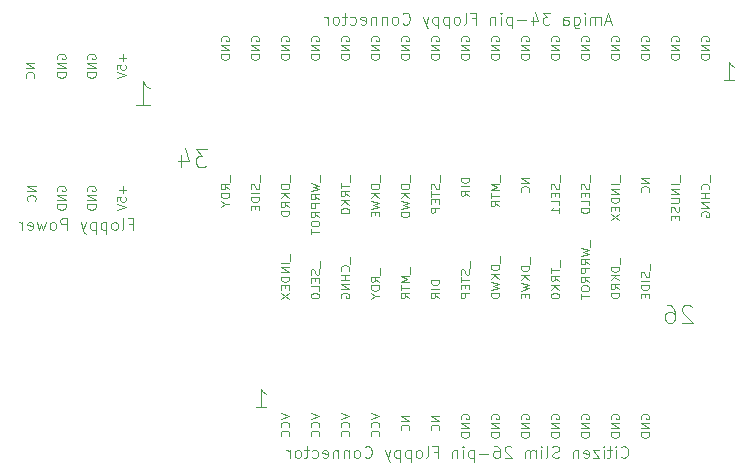
<source format=gbr>
G04 #@! TF.GenerationSoftware,KiCad,Pcbnew,(5.1.2)-2*
G04 #@! TF.CreationDate,2020-12-20T10:42:53+00:00*
G04 #@! TF.ProjectId,Amiga 34-pin to Citizen Slim 26-pin Adapter (Design A),416d6967-6120-4333-942d-70696e20746f,rev?*
G04 #@! TF.SameCoordinates,Original*
G04 #@! TF.FileFunction,Legend,Bot*
G04 #@! TF.FilePolarity,Positive*
%FSLAX46Y46*%
G04 Gerber Fmt 4.6, Leading zero omitted, Abs format (unit mm)*
G04 Created by KiCad (PCBNEW (5.1.2)-2) date 2020-12-20 10:42:53*
%MOMM*%
%LPD*%
G04 APERTURE LIST*
%ADD10C,0.125000*%
G04 APERTURE END LIST*
D10*
X146945000Y-119570571D02*
X146909285Y-119499142D01*
X146909285Y-119392000D01*
X146945000Y-119284857D01*
X147016428Y-119213428D01*
X147087857Y-119177714D01*
X147230714Y-119142000D01*
X147337857Y-119142000D01*
X147480714Y-119177714D01*
X147552142Y-119213428D01*
X147623571Y-119284857D01*
X147659285Y-119392000D01*
X147659285Y-119463428D01*
X147623571Y-119570571D01*
X147587857Y-119606285D01*
X147337857Y-119606285D01*
X147337857Y-119463428D01*
X147659285Y-119927714D02*
X146909285Y-119927714D01*
X147659285Y-120356285D01*
X146909285Y-120356285D01*
X147659285Y-120713428D02*
X146909285Y-120713428D01*
X146909285Y-120892000D01*
X146945000Y-120999142D01*
X147016428Y-121070571D01*
X147087857Y-121106285D01*
X147230714Y-121142000D01*
X147337857Y-121142000D01*
X147480714Y-121106285D01*
X147552142Y-121070571D01*
X147623571Y-120999142D01*
X147659285Y-120892000D01*
X147659285Y-120713428D01*
X144405000Y-119570571D02*
X144369285Y-119499142D01*
X144369285Y-119392000D01*
X144405000Y-119284857D01*
X144476428Y-119213428D01*
X144547857Y-119177714D01*
X144690714Y-119142000D01*
X144797857Y-119142000D01*
X144940714Y-119177714D01*
X145012142Y-119213428D01*
X145083571Y-119284857D01*
X145119285Y-119392000D01*
X145119285Y-119463428D01*
X145083571Y-119570571D01*
X145047857Y-119606285D01*
X144797857Y-119606285D01*
X144797857Y-119463428D01*
X145119285Y-119927714D02*
X144369285Y-119927714D01*
X145119285Y-120356285D01*
X144369285Y-120356285D01*
X145119285Y-120713428D02*
X144369285Y-120713428D01*
X144369285Y-120892000D01*
X144405000Y-120999142D01*
X144476428Y-121070571D01*
X144547857Y-121106285D01*
X144690714Y-121142000D01*
X144797857Y-121142000D01*
X144940714Y-121106285D01*
X145012142Y-121070571D01*
X145083571Y-120999142D01*
X145119285Y-120892000D01*
X145119285Y-120713428D01*
X141865000Y-119570571D02*
X141829285Y-119499142D01*
X141829285Y-119392000D01*
X141865000Y-119284857D01*
X141936428Y-119213428D01*
X142007857Y-119177714D01*
X142150714Y-119142000D01*
X142257857Y-119142000D01*
X142400714Y-119177714D01*
X142472142Y-119213428D01*
X142543571Y-119284857D01*
X142579285Y-119392000D01*
X142579285Y-119463428D01*
X142543571Y-119570571D01*
X142507857Y-119606285D01*
X142257857Y-119606285D01*
X142257857Y-119463428D01*
X142579285Y-119927714D02*
X141829285Y-119927714D01*
X142579285Y-120356285D01*
X141829285Y-120356285D01*
X142579285Y-120713428D02*
X141829285Y-120713428D01*
X141829285Y-120892000D01*
X141865000Y-120999142D01*
X141936428Y-121070571D01*
X142007857Y-121106285D01*
X142150714Y-121142000D01*
X142257857Y-121142000D01*
X142400714Y-121106285D01*
X142472142Y-121070571D01*
X142543571Y-120999142D01*
X142579285Y-120892000D01*
X142579285Y-120713428D01*
X139325000Y-119570571D02*
X139289285Y-119499142D01*
X139289285Y-119392000D01*
X139325000Y-119284857D01*
X139396428Y-119213428D01*
X139467857Y-119177714D01*
X139610714Y-119142000D01*
X139717857Y-119142000D01*
X139860714Y-119177714D01*
X139932142Y-119213428D01*
X140003571Y-119284857D01*
X140039285Y-119392000D01*
X140039285Y-119463428D01*
X140003571Y-119570571D01*
X139967857Y-119606285D01*
X139717857Y-119606285D01*
X139717857Y-119463428D01*
X140039285Y-119927714D02*
X139289285Y-119927714D01*
X140039285Y-120356285D01*
X139289285Y-120356285D01*
X140039285Y-120713428D02*
X139289285Y-120713428D01*
X139289285Y-120892000D01*
X139325000Y-120999142D01*
X139396428Y-121070571D01*
X139467857Y-121106285D01*
X139610714Y-121142000D01*
X139717857Y-121142000D01*
X139860714Y-121106285D01*
X139932142Y-121070571D01*
X140003571Y-120999142D01*
X140039285Y-120892000D01*
X140039285Y-120713428D01*
X136785000Y-119570571D02*
X136749285Y-119499142D01*
X136749285Y-119392000D01*
X136785000Y-119284857D01*
X136856428Y-119213428D01*
X136927857Y-119177714D01*
X137070714Y-119142000D01*
X137177857Y-119142000D01*
X137320714Y-119177714D01*
X137392142Y-119213428D01*
X137463571Y-119284857D01*
X137499285Y-119392000D01*
X137499285Y-119463428D01*
X137463571Y-119570571D01*
X137427857Y-119606285D01*
X137177857Y-119606285D01*
X137177857Y-119463428D01*
X137499285Y-119927714D02*
X136749285Y-119927714D01*
X137499285Y-120356285D01*
X136749285Y-120356285D01*
X137499285Y-120713428D02*
X136749285Y-120713428D01*
X136749285Y-120892000D01*
X136785000Y-120999142D01*
X136856428Y-121070571D01*
X136927857Y-121106285D01*
X137070714Y-121142000D01*
X137177857Y-121142000D01*
X137320714Y-121106285D01*
X137392142Y-121070571D01*
X137463571Y-120999142D01*
X137499285Y-120892000D01*
X137499285Y-120713428D01*
X134245000Y-119570571D02*
X134209285Y-119499142D01*
X134209285Y-119392000D01*
X134245000Y-119284857D01*
X134316428Y-119213428D01*
X134387857Y-119177714D01*
X134530714Y-119142000D01*
X134637857Y-119142000D01*
X134780714Y-119177714D01*
X134852142Y-119213428D01*
X134923571Y-119284857D01*
X134959285Y-119392000D01*
X134959285Y-119463428D01*
X134923571Y-119570571D01*
X134887857Y-119606285D01*
X134637857Y-119606285D01*
X134637857Y-119463428D01*
X134959285Y-119927714D02*
X134209285Y-119927714D01*
X134959285Y-120356285D01*
X134209285Y-120356285D01*
X134959285Y-120713428D02*
X134209285Y-120713428D01*
X134209285Y-120892000D01*
X134245000Y-120999142D01*
X134316428Y-121070571D01*
X134387857Y-121106285D01*
X134530714Y-121142000D01*
X134637857Y-121142000D01*
X134780714Y-121106285D01*
X134852142Y-121070571D01*
X134923571Y-120999142D01*
X134959285Y-120892000D01*
X134959285Y-120713428D01*
X124049285Y-119094381D02*
X124799285Y-119344381D01*
X124049285Y-119594381D01*
X124727857Y-120272952D02*
X124763571Y-120237238D01*
X124799285Y-120130095D01*
X124799285Y-120058666D01*
X124763571Y-119951523D01*
X124692142Y-119880095D01*
X124620714Y-119844381D01*
X124477857Y-119808666D01*
X124370714Y-119808666D01*
X124227857Y-119844381D01*
X124156428Y-119880095D01*
X124085000Y-119951523D01*
X124049285Y-120058666D01*
X124049285Y-120130095D01*
X124085000Y-120237238D01*
X124120714Y-120272952D01*
X124727857Y-121022952D02*
X124763571Y-120987238D01*
X124799285Y-120880095D01*
X124799285Y-120808666D01*
X124763571Y-120701523D01*
X124692142Y-120630095D01*
X124620714Y-120594381D01*
X124477857Y-120558666D01*
X124370714Y-120558666D01*
X124227857Y-120594381D01*
X124156428Y-120630095D01*
X124085000Y-120701523D01*
X124049285Y-120808666D01*
X124049285Y-120880095D01*
X124085000Y-120987238D01*
X124120714Y-121022952D01*
X121509285Y-119094381D02*
X122259285Y-119344381D01*
X121509285Y-119594381D01*
X122187857Y-120272952D02*
X122223571Y-120237238D01*
X122259285Y-120130095D01*
X122259285Y-120058666D01*
X122223571Y-119951523D01*
X122152142Y-119880095D01*
X122080714Y-119844381D01*
X121937857Y-119808666D01*
X121830714Y-119808666D01*
X121687857Y-119844381D01*
X121616428Y-119880095D01*
X121545000Y-119951523D01*
X121509285Y-120058666D01*
X121509285Y-120130095D01*
X121545000Y-120237238D01*
X121580714Y-120272952D01*
X122187857Y-121022952D02*
X122223571Y-120987238D01*
X122259285Y-120880095D01*
X122259285Y-120808666D01*
X122223571Y-120701523D01*
X122152142Y-120630095D01*
X122080714Y-120594381D01*
X121937857Y-120558666D01*
X121830714Y-120558666D01*
X121687857Y-120594381D01*
X121616428Y-120630095D01*
X121545000Y-120701523D01*
X121509285Y-120808666D01*
X121509285Y-120880095D01*
X121545000Y-120987238D01*
X121580714Y-121022952D01*
X118969285Y-119094381D02*
X119719285Y-119344381D01*
X118969285Y-119594381D01*
X119647857Y-120272952D02*
X119683571Y-120237238D01*
X119719285Y-120130095D01*
X119719285Y-120058666D01*
X119683571Y-119951523D01*
X119612142Y-119880095D01*
X119540714Y-119844381D01*
X119397857Y-119808666D01*
X119290714Y-119808666D01*
X119147857Y-119844381D01*
X119076428Y-119880095D01*
X119005000Y-119951523D01*
X118969285Y-120058666D01*
X118969285Y-120130095D01*
X119005000Y-120237238D01*
X119040714Y-120272952D01*
X119647857Y-121022952D02*
X119683571Y-120987238D01*
X119719285Y-120880095D01*
X119719285Y-120808666D01*
X119683571Y-120701523D01*
X119612142Y-120630095D01*
X119540714Y-120594381D01*
X119397857Y-120558666D01*
X119290714Y-120558666D01*
X119147857Y-120594381D01*
X119076428Y-120630095D01*
X119005000Y-120701523D01*
X118969285Y-120808666D01*
X118969285Y-120880095D01*
X119005000Y-120987238D01*
X119040714Y-121022952D01*
X152025000Y-87566571D02*
X151989285Y-87495142D01*
X151989285Y-87388000D01*
X152025000Y-87280857D01*
X152096428Y-87209428D01*
X152167857Y-87173714D01*
X152310714Y-87138000D01*
X152417857Y-87138000D01*
X152560714Y-87173714D01*
X152632142Y-87209428D01*
X152703571Y-87280857D01*
X152739285Y-87388000D01*
X152739285Y-87459428D01*
X152703571Y-87566571D01*
X152667857Y-87602285D01*
X152417857Y-87602285D01*
X152417857Y-87459428D01*
X152739285Y-87923714D02*
X151989285Y-87923714D01*
X152739285Y-88352285D01*
X151989285Y-88352285D01*
X152739285Y-88709428D02*
X151989285Y-88709428D01*
X151989285Y-88888000D01*
X152025000Y-88995142D01*
X152096428Y-89066571D01*
X152167857Y-89102285D01*
X152310714Y-89138000D01*
X152417857Y-89138000D01*
X152560714Y-89102285D01*
X152632142Y-89066571D01*
X152703571Y-88995142D01*
X152739285Y-88888000D01*
X152739285Y-88709428D01*
X149485000Y-87566571D02*
X149449285Y-87495142D01*
X149449285Y-87388000D01*
X149485000Y-87280857D01*
X149556428Y-87209428D01*
X149627857Y-87173714D01*
X149770714Y-87138000D01*
X149877857Y-87138000D01*
X150020714Y-87173714D01*
X150092142Y-87209428D01*
X150163571Y-87280857D01*
X150199285Y-87388000D01*
X150199285Y-87459428D01*
X150163571Y-87566571D01*
X150127857Y-87602285D01*
X149877857Y-87602285D01*
X149877857Y-87459428D01*
X150199285Y-87923714D02*
X149449285Y-87923714D01*
X150199285Y-88352285D01*
X149449285Y-88352285D01*
X150199285Y-88709428D02*
X149449285Y-88709428D01*
X149449285Y-88888000D01*
X149485000Y-88995142D01*
X149556428Y-89066571D01*
X149627857Y-89102285D01*
X149770714Y-89138000D01*
X149877857Y-89138000D01*
X150020714Y-89102285D01*
X150092142Y-89066571D01*
X150163571Y-88995142D01*
X150199285Y-88888000D01*
X150199285Y-88709428D01*
X146945000Y-87566571D02*
X146909285Y-87495142D01*
X146909285Y-87388000D01*
X146945000Y-87280857D01*
X147016428Y-87209428D01*
X147087857Y-87173714D01*
X147230714Y-87138000D01*
X147337857Y-87138000D01*
X147480714Y-87173714D01*
X147552142Y-87209428D01*
X147623571Y-87280857D01*
X147659285Y-87388000D01*
X147659285Y-87459428D01*
X147623571Y-87566571D01*
X147587857Y-87602285D01*
X147337857Y-87602285D01*
X147337857Y-87459428D01*
X147659285Y-87923714D02*
X146909285Y-87923714D01*
X147659285Y-88352285D01*
X146909285Y-88352285D01*
X147659285Y-88709428D02*
X146909285Y-88709428D01*
X146909285Y-88888000D01*
X146945000Y-88995142D01*
X147016428Y-89066571D01*
X147087857Y-89102285D01*
X147230714Y-89138000D01*
X147337857Y-89138000D01*
X147480714Y-89102285D01*
X147552142Y-89066571D01*
X147623571Y-88995142D01*
X147659285Y-88888000D01*
X147659285Y-88709428D01*
X144405000Y-87566571D02*
X144369285Y-87495142D01*
X144369285Y-87388000D01*
X144405000Y-87280857D01*
X144476428Y-87209428D01*
X144547857Y-87173714D01*
X144690714Y-87138000D01*
X144797857Y-87138000D01*
X144940714Y-87173714D01*
X145012142Y-87209428D01*
X145083571Y-87280857D01*
X145119285Y-87388000D01*
X145119285Y-87459428D01*
X145083571Y-87566571D01*
X145047857Y-87602285D01*
X144797857Y-87602285D01*
X144797857Y-87459428D01*
X145119285Y-87923714D02*
X144369285Y-87923714D01*
X145119285Y-88352285D01*
X144369285Y-88352285D01*
X145119285Y-88709428D02*
X144369285Y-88709428D01*
X144369285Y-88888000D01*
X144405000Y-88995142D01*
X144476428Y-89066571D01*
X144547857Y-89102285D01*
X144690714Y-89138000D01*
X144797857Y-89138000D01*
X144940714Y-89102285D01*
X145012142Y-89066571D01*
X145083571Y-88995142D01*
X145119285Y-88888000D01*
X145119285Y-88709428D01*
X141865000Y-87566571D02*
X141829285Y-87495142D01*
X141829285Y-87388000D01*
X141865000Y-87280857D01*
X141936428Y-87209428D01*
X142007857Y-87173714D01*
X142150714Y-87138000D01*
X142257857Y-87138000D01*
X142400714Y-87173714D01*
X142472142Y-87209428D01*
X142543571Y-87280857D01*
X142579285Y-87388000D01*
X142579285Y-87459428D01*
X142543571Y-87566571D01*
X142507857Y-87602285D01*
X142257857Y-87602285D01*
X142257857Y-87459428D01*
X142579285Y-87923714D02*
X141829285Y-87923714D01*
X142579285Y-88352285D01*
X141829285Y-88352285D01*
X142579285Y-88709428D02*
X141829285Y-88709428D01*
X141829285Y-88888000D01*
X141865000Y-88995142D01*
X141936428Y-89066571D01*
X142007857Y-89102285D01*
X142150714Y-89138000D01*
X142257857Y-89138000D01*
X142400714Y-89102285D01*
X142472142Y-89066571D01*
X142543571Y-88995142D01*
X142579285Y-88888000D01*
X142579285Y-88709428D01*
X139325000Y-87566571D02*
X139289285Y-87495142D01*
X139289285Y-87388000D01*
X139325000Y-87280857D01*
X139396428Y-87209428D01*
X139467857Y-87173714D01*
X139610714Y-87138000D01*
X139717857Y-87138000D01*
X139860714Y-87173714D01*
X139932142Y-87209428D01*
X140003571Y-87280857D01*
X140039285Y-87388000D01*
X140039285Y-87459428D01*
X140003571Y-87566571D01*
X139967857Y-87602285D01*
X139717857Y-87602285D01*
X139717857Y-87459428D01*
X140039285Y-87923714D02*
X139289285Y-87923714D01*
X140039285Y-88352285D01*
X139289285Y-88352285D01*
X140039285Y-88709428D02*
X139289285Y-88709428D01*
X139289285Y-88888000D01*
X139325000Y-88995142D01*
X139396428Y-89066571D01*
X139467857Y-89102285D01*
X139610714Y-89138000D01*
X139717857Y-89138000D01*
X139860714Y-89102285D01*
X139932142Y-89066571D01*
X140003571Y-88995142D01*
X140039285Y-88888000D01*
X140039285Y-88709428D01*
X136785000Y-87566571D02*
X136749285Y-87495142D01*
X136749285Y-87388000D01*
X136785000Y-87280857D01*
X136856428Y-87209428D01*
X136927857Y-87173714D01*
X137070714Y-87138000D01*
X137177857Y-87138000D01*
X137320714Y-87173714D01*
X137392142Y-87209428D01*
X137463571Y-87280857D01*
X137499285Y-87388000D01*
X137499285Y-87459428D01*
X137463571Y-87566571D01*
X137427857Y-87602285D01*
X137177857Y-87602285D01*
X137177857Y-87459428D01*
X137499285Y-87923714D02*
X136749285Y-87923714D01*
X137499285Y-88352285D01*
X136749285Y-88352285D01*
X137499285Y-88709428D02*
X136749285Y-88709428D01*
X136749285Y-88888000D01*
X136785000Y-88995142D01*
X136856428Y-89066571D01*
X136927857Y-89102285D01*
X137070714Y-89138000D01*
X137177857Y-89138000D01*
X137320714Y-89102285D01*
X137392142Y-89066571D01*
X137463571Y-88995142D01*
X137499285Y-88888000D01*
X137499285Y-88709428D01*
X134245000Y-87566571D02*
X134209285Y-87495142D01*
X134209285Y-87388000D01*
X134245000Y-87280857D01*
X134316428Y-87209428D01*
X134387857Y-87173714D01*
X134530714Y-87138000D01*
X134637857Y-87138000D01*
X134780714Y-87173714D01*
X134852142Y-87209428D01*
X134923571Y-87280857D01*
X134959285Y-87388000D01*
X134959285Y-87459428D01*
X134923571Y-87566571D01*
X134887857Y-87602285D01*
X134637857Y-87602285D01*
X134637857Y-87459428D01*
X134959285Y-87923714D02*
X134209285Y-87923714D01*
X134959285Y-88352285D01*
X134209285Y-88352285D01*
X134959285Y-88709428D02*
X134209285Y-88709428D01*
X134209285Y-88888000D01*
X134245000Y-88995142D01*
X134316428Y-89066571D01*
X134387857Y-89102285D01*
X134530714Y-89138000D01*
X134637857Y-89138000D01*
X134780714Y-89102285D01*
X134852142Y-89066571D01*
X134923571Y-88995142D01*
X134959285Y-88888000D01*
X134959285Y-88709428D01*
X131705000Y-87566571D02*
X131669285Y-87495142D01*
X131669285Y-87388000D01*
X131705000Y-87280857D01*
X131776428Y-87209428D01*
X131847857Y-87173714D01*
X131990714Y-87138000D01*
X132097857Y-87138000D01*
X132240714Y-87173714D01*
X132312142Y-87209428D01*
X132383571Y-87280857D01*
X132419285Y-87388000D01*
X132419285Y-87459428D01*
X132383571Y-87566571D01*
X132347857Y-87602285D01*
X132097857Y-87602285D01*
X132097857Y-87459428D01*
X132419285Y-87923714D02*
X131669285Y-87923714D01*
X132419285Y-88352285D01*
X131669285Y-88352285D01*
X132419285Y-88709428D02*
X131669285Y-88709428D01*
X131669285Y-88888000D01*
X131705000Y-88995142D01*
X131776428Y-89066571D01*
X131847857Y-89102285D01*
X131990714Y-89138000D01*
X132097857Y-89138000D01*
X132240714Y-89102285D01*
X132312142Y-89066571D01*
X132383571Y-88995142D01*
X132419285Y-88888000D01*
X132419285Y-88709428D01*
X129165000Y-87566571D02*
X129129285Y-87495142D01*
X129129285Y-87388000D01*
X129165000Y-87280857D01*
X129236428Y-87209428D01*
X129307857Y-87173714D01*
X129450714Y-87138000D01*
X129557857Y-87138000D01*
X129700714Y-87173714D01*
X129772142Y-87209428D01*
X129843571Y-87280857D01*
X129879285Y-87388000D01*
X129879285Y-87459428D01*
X129843571Y-87566571D01*
X129807857Y-87602285D01*
X129557857Y-87602285D01*
X129557857Y-87459428D01*
X129879285Y-87923714D02*
X129129285Y-87923714D01*
X129879285Y-88352285D01*
X129129285Y-88352285D01*
X129879285Y-88709428D02*
X129129285Y-88709428D01*
X129129285Y-88888000D01*
X129165000Y-88995142D01*
X129236428Y-89066571D01*
X129307857Y-89102285D01*
X129450714Y-89138000D01*
X129557857Y-89138000D01*
X129700714Y-89102285D01*
X129772142Y-89066571D01*
X129843571Y-88995142D01*
X129879285Y-88888000D01*
X129879285Y-88709428D01*
X126625000Y-87566571D02*
X126589285Y-87495142D01*
X126589285Y-87388000D01*
X126625000Y-87280857D01*
X126696428Y-87209428D01*
X126767857Y-87173714D01*
X126910714Y-87138000D01*
X127017857Y-87138000D01*
X127160714Y-87173714D01*
X127232142Y-87209428D01*
X127303571Y-87280857D01*
X127339285Y-87388000D01*
X127339285Y-87459428D01*
X127303571Y-87566571D01*
X127267857Y-87602285D01*
X127017857Y-87602285D01*
X127017857Y-87459428D01*
X127339285Y-87923714D02*
X126589285Y-87923714D01*
X127339285Y-88352285D01*
X126589285Y-88352285D01*
X127339285Y-88709428D02*
X126589285Y-88709428D01*
X126589285Y-88888000D01*
X126625000Y-88995142D01*
X126696428Y-89066571D01*
X126767857Y-89102285D01*
X126910714Y-89138000D01*
X127017857Y-89138000D01*
X127160714Y-89102285D01*
X127232142Y-89066571D01*
X127303571Y-88995142D01*
X127339285Y-88888000D01*
X127339285Y-88709428D01*
X124085000Y-87566571D02*
X124049285Y-87495142D01*
X124049285Y-87388000D01*
X124085000Y-87280857D01*
X124156428Y-87209428D01*
X124227857Y-87173714D01*
X124370714Y-87138000D01*
X124477857Y-87138000D01*
X124620714Y-87173714D01*
X124692142Y-87209428D01*
X124763571Y-87280857D01*
X124799285Y-87388000D01*
X124799285Y-87459428D01*
X124763571Y-87566571D01*
X124727857Y-87602285D01*
X124477857Y-87602285D01*
X124477857Y-87459428D01*
X124799285Y-87923714D02*
X124049285Y-87923714D01*
X124799285Y-88352285D01*
X124049285Y-88352285D01*
X124799285Y-88709428D02*
X124049285Y-88709428D01*
X124049285Y-88888000D01*
X124085000Y-88995142D01*
X124156428Y-89066571D01*
X124227857Y-89102285D01*
X124370714Y-89138000D01*
X124477857Y-89138000D01*
X124620714Y-89102285D01*
X124692142Y-89066571D01*
X124763571Y-88995142D01*
X124799285Y-88888000D01*
X124799285Y-88709428D01*
X121545000Y-87566571D02*
X121509285Y-87495142D01*
X121509285Y-87388000D01*
X121545000Y-87280857D01*
X121616428Y-87209428D01*
X121687857Y-87173714D01*
X121830714Y-87138000D01*
X121937857Y-87138000D01*
X122080714Y-87173714D01*
X122152142Y-87209428D01*
X122223571Y-87280857D01*
X122259285Y-87388000D01*
X122259285Y-87459428D01*
X122223571Y-87566571D01*
X122187857Y-87602285D01*
X121937857Y-87602285D01*
X121937857Y-87459428D01*
X122259285Y-87923714D02*
X121509285Y-87923714D01*
X122259285Y-88352285D01*
X121509285Y-88352285D01*
X122259285Y-88709428D02*
X121509285Y-88709428D01*
X121509285Y-88888000D01*
X121545000Y-88995142D01*
X121616428Y-89066571D01*
X121687857Y-89102285D01*
X121830714Y-89138000D01*
X121937857Y-89138000D01*
X122080714Y-89102285D01*
X122152142Y-89066571D01*
X122223571Y-88995142D01*
X122259285Y-88888000D01*
X122259285Y-88709428D01*
X119005000Y-87566571D02*
X118969285Y-87495142D01*
X118969285Y-87388000D01*
X119005000Y-87280857D01*
X119076428Y-87209428D01*
X119147857Y-87173714D01*
X119290714Y-87138000D01*
X119397857Y-87138000D01*
X119540714Y-87173714D01*
X119612142Y-87209428D01*
X119683571Y-87280857D01*
X119719285Y-87388000D01*
X119719285Y-87459428D01*
X119683571Y-87566571D01*
X119647857Y-87602285D01*
X119397857Y-87602285D01*
X119397857Y-87459428D01*
X119719285Y-87923714D02*
X118969285Y-87923714D01*
X119719285Y-88352285D01*
X118969285Y-88352285D01*
X119719285Y-88709428D02*
X118969285Y-88709428D01*
X118969285Y-88888000D01*
X119005000Y-88995142D01*
X119076428Y-89066571D01*
X119147857Y-89102285D01*
X119290714Y-89138000D01*
X119397857Y-89138000D01*
X119540714Y-89102285D01*
X119612142Y-89066571D01*
X119683571Y-88995142D01*
X119719285Y-88888000D01*
X119719285Y-88709428D01*
X116465000Y-87566571D02*
X116429285Y-87495142D01*
X116429285Y-87388000D01*
X116465000Y-87280857D01*
X116536428Y-87209428D01*
X116607857Y-87173714D01*
X116750714Y-87138000D01*
X116857857Y-87138000D01*
X117000714Y-87173714D01*
X117072142Y-87209428D01*
X117143571Y-87280857D01*
X117179285Y-87388000D01*
X117179285Y-87459428D01*
X117143571Y-87566571D01*
X117107857Y-87602285D01*
X116857857Y-87602285D01*
X116857857Y-87459428D01*
X117179285Y-87923714D02*
X116429285Y-87923714D01*
X117179285Y-88352285D01*
X116429285Y-88352285D01*
X117179285Y-88709428D02*
X116429285Y-88709428D01*
X116429285Y-88888000D01*
X116465000Y-88995142D01*
X116536428Y-89066571D01*
X116607857Y-89102285D01*
X116750714Y-89138000D01*
X116857857Y-89138000D01*
X117000714Y-89102285D01*
X117072142Y-89066571D01*
X117143571Y-88995142D01*
X117179285Y-88888000D01*
X117179285Y-88709428D01*
X113925000Y-87566571D02*
X113889285Y-87495142D01*
X113889285Y-87388000D01*
X113925000Y-87280857D01*
X113996428Y-87209428D01*
X114067857Y-87173714D01*
X114210714Y-87138000D01*
X114317857Y-87138000D01*
X114460714Y-87173714D01*
X114532142Y-87209428D01*
X114603571Y-87280857D01*
X114639285Y-87388000D01*
X114639285Y-87459428D01*
X114603571Y-87566571D01*
X114567857Y-87602285D01*
X114317857Y-87602285D01*
X114317857Y-87459428D01*
X114639285Y-87923714D02*
X113889285Y-87923714D01*
X114639285Y-88352285D01*
X113889285Y-88352285D01*
X114639285Y-88709428D02*
X113889285Y-88709428D01*
X113889285Y-88888000D01*
X113925000Y-88995142D01*
X113996428Y-89066571D01*
X114067857Y-89102285D01*
X114210714Y-89138000D01*
X114317857Y-89138000D01*
X114460714Y-89102285D01*
X114532142Y-89066571D01*
X114603571Y-88995142D01*
X114639285Y-88888000D01*
X114639285Y-88709428D01*
X111385000Y-87566571D02*
X111349285Y-87495142D01*
X111349285Y-87388000D01*
X111385000Y-87280857D01*
X111456428Y-87209428D01*
X111527857Y-87173714D01*
X111670714Y-87138000D01*
X111777857Y-87138000D01*
X111920714Y-87173714D01*
X111992142Y-87209428D01*
X112063571Y-87280857D01*
X112099285Y-87388000D01*
X112099285Y-87459428D01*
X112063571Y-87566571D01*
X112027857Y-87602285D01*
X111777857Y-87602285D01*
X111777857Y-87459428D01*
X112099285Y-87923714D02*
X111349285Y-87923714D01*
X112099285Y-88352285D01*
X111349285Y-88352285D01*
X112099285Y-88709428D02*
X111349285Y-88709428D01*
X111349285Y-88888000D01*
X111385000Y-88995142D01*
X111456428Y-89066571D01*
X111527857Y-89102285D01*
X111670714Y-89138000D01*
X111777857Y-89138000D01*
X111920714Y-89102285D01*
X111992142Y-89066571D01*
X112063571Y-88995142D01*
X112099285Y-88888000D01*
X112099285Y-88709428D01*
X114379428Y-118534571D02*
X115236571Y-118534571D01*
X114808000Y-118534571D02*
X114808000Y-117034571D01*
X114950857Y-117248857D01*
X115093714Y-117391714D01*
X115236571Y-117463142D01*
X127339285Y-119302714D02*
X126589285Y-119302714D01*
X127339285Y-119731285D01*
X126589285Y-119731285D01*
X127267857Y-120517000D02*
X127303571Y-120481285D01*
X127339285Y-120374142D01*
X127339285Y-120302714D01*
X127303571Y-120195571D01*
X127232142Y-120124142D01*
X127160714Y-120088428D01*
X127017857Y-120052714D01*
X126910714Y-120052714D01*
X126767857Y-120088428D01*
X126696428Y-120124142D01*
X126625000Y-120195571D01*
X126589285Y-120302714D01*
X126589285Y-120374142D01*
X126625000Y-120481285D01*
X126660714Y-120517000D01*
X131705000Y-119570571D02*
X131669285Y-119499142D01*
X131669285Y-119392000D01*
X131705000Y-119284857D01*
X131776428Y-119213428D01*
X131847857Y-119177714D01*
X131990714Y-119142000D01*
X132097857Y-119142000D01*
X132240714Y-119177714D01*
X132312142Y-119213428D01*
X132383571Y-119284857D01*
X132419285Y-119392000D01*
X132419285Y-119463428D01*
X132383571Y-119570571D01*
X132347857Y-119606285D01*
X132097857Y-119606285D01*
X132097857Y-119463428D01*
X132419285Y-119927714D02*
X131669285Y-119927714D01*
X132419285Y-120356285D01*
X131669285Y-120356285D01*
X132419285Y-120713428D02*
X131669285Y-120713428D01*
X131669285Y-120892000D01*
X131705000Y-120999142D01*
X131776428Y-121070571D01*
X131847857Y-121106285D01*
X131990714Y-121142000D01*
X132097857Y-121142000D01*
X132240714Y-121106285D01*
X132312142Y-121070571D01*
X132383571Y-120999142D01*
X132419285Y-120892000D01*
X132419285Y-120713428D01*
X145254523Y-122785142D02*
X145302142Y-122832761D01*
X145445000Y-122880380D01*
X145540238Y-122880380D01*
X145683095Y-122832761D01*
X145778333Y-122737523D01*
X145825952Y-122642285D01*
X145873571Y-122451809D01*
X145873571Y-122308952D01*
X145825952Y-122118476D01*
X145778333Y-122023238D01*
X145683095Y-121928000D01*
X145540238Y-121880380D01*
X145445000Y-121880380D01*
X145302142Y-121928000D01*
X145254523Y-121975619D01*
X144825952Y-122880380D02*
X144825952Y-122213714D01*
X144825952Y-121880380D02*
X144873571Y-121928000D01*
X144825952Y-121975619D01*
X144778333Y-121928000D01*
X144825952Y-121880380D01*
X144825952Y-121975619D01*
X144492619Y-122213714D02*
X144111666Y-122213714D01*
X144349761Y-121880380D02*
X144349761Y-122737523D01*
X144302142Y-122832761D01*
X144206904Y-122880380D01*
X144111666Y-122880380D01*
X143778333Y-122880380D02*
X143778333Y-122213714D01*
X143778333Y-121880380D02*
X143825952Y-121928000D01*
X143778333Y-121975619D01*
X143730714Y-121928000D01*
X143778333Y-121880380D01*
X143778333Y-121975619D01*
X143397380Y-122213714D02*
X142873571Y-122213714D01*
X143397380Y-122880380D01*
X142873571Y-122880380D01*
X142111666Y-122832761D02*
X142206904Y-122880380D01*
X142397380Y-122880380D01*
X142492619Y-122832761D01*
X142540238Y-122737523D01*
X142540238Y-122356571D01*
X142492619Y-122261333D01*
X142397380Y-122213714D01*
X142206904Y-122213714D01*
X142111666Y-122261333D01*
X142064047Y-122356571D01*
X142064047Y-122451809D01*
X142540238Y-122547047D01*
X141635476Y-122213714D02*
X141635476Y-122880380D01*
X141635476Y-122308952D02*
X141587857Y-122261333D01*
X141492619Y-122213714D01*
X141349761Y-122213714D01*
X141254523Y-122261333D01*
X141206904Y-122356571D01*
X141206904Y-122880380D01*
X140016428Y-122832761D02*
X139873571Y-122880380D01*
X139635476Y-122880380D01*
X139540238Y-122832761D01*
X139492619Y-122785142D01*
X139445000Y-122689904D01*
X139445000Y-122594666D01*
X139492619Y-122499428D01*
X139540238Y-122451809D01*
X139635476Y-122404190D01*
X139825952Y-122356571D01*
X139921190Y-122308952D01*
X139968809Y-122261333D01*
X140016428Y-122166095D01*
X140016428Y-122070857D01*
X139968809Y-121975619D01*
X139921190Y-121928000D01*
X139825952Y-121880380D01*
X139587857Y-121880380D01*
X139445000Y-121928000D01*
X138873571Y-122880380D02*
X138968809Y-122832761D01*
X139016428Y-122737523D01*
X139016428Y-121880380D01*
X138492619Y-122880380D02*
X138492619Y-122213714D01*
X138492619Y-121880380D02*
X138540238Y-121928000D01*
X138492619Y-121975619D01*
X138445000Y-121928000D01*
X138492619Y-121880380D01*
X138492619Y-121975619D01*
X138016428Y-122880380D02*
X138016428Y-122213714D01*
X138016428Y-122308952D02*
X137968809Y-122261333D01*
X137873571Y-122213714D01*
X137730714Y-122213714D01*
X137635476Y-122261333D01*
X137587857Y-122356571D01*
X137587857Y-122880380D01*
X137587857Y-122356571D02*
X137540238Y-122261333D01*
X137445000Y-122213714D01*
X137302142Y-122213714D01*
X137206904Y-122261333D01*
X137159285Y-122356571D01*
X137159285Y-122880380D01*
X135968809Y-121975619D02*
X135921190Y-121928000D01*
X135825952Y-121880380D01*
X135587857Y-121880380D01*
X135492619Y-121928000D01*
X135445000Y-121975619D01*
X135397380Y-122070857D01*
X135397380Y-122166095D01*
X135445000Y-122308952D01*
X136016428Y-122880380D01*
X135397380Y-122880380D01*
X134540238Y-121880380D02*
X134730714Y-121880380D01*
X134825952Y-121928000D01*
X134873571Y-121975619D01*
X134968809Y-122118476D01*
X135016428Y-122308952D01*
X135016428Y-122689904D01*
X134968809Y-122785142D01*
X134921190Y-122832761D01*
X134825952Y-122880380D01*
X134635476Y-122880380D01*
X134540238Y-122832761D01*
X134492619Y-122785142D01*
X134445000Y-122689904D01*
X134445000Y-122451809D01*
X134492619Y-122356571D01*
X134540238Y-122308952D01*
X134635476Y-122261333D01*
X134825952Y-122261333D01*
X134921190Y-122308952D01*
X134968809Y-122356571D01*
X135016428Y-122451809D01*
X134016428Y-122499428D02*
X133254523Y-122499428D01*
X132778333Y-122213714D02*
X132778333Y-123213714D01*
X132778333Y-122261333D02*
X132683095Y-122213714D01*
X132492619Y-122213714D01*
X132397380Y-122261333D01*
X132349761Y-122308952D01*
X132302142Y-122404190D01*
X132302142Y-122689904D01*
X132349761Y-122785142D01*
X132397380Y-122832761D01*
X132492619Y-122880380D01*
X132683095Y-122880380D01*
X132778333Y-122832761D01*
X131873571Y-122880380D02*
X131873571Y-122213714D01*
X131873571Y-121880380D02*
X131921190Y-121928000D01*
X131873571Y-121975619D01*
X131825952Y-121928000D01*
X131873571Y-121880380D01*
X131873571Y-121975619D01*
X131397380Y-122213714D02*
X131397380Y-122880380D01*
X131397380Y-122308952D02*
X131349761Y-122261333D01*
X131254523Y-122213714D01*
X131111666Y-122213714D01*
X131016428Y-122261333D01*
X130968809Y-122356571D01*
X130968809Y-122880380D01*
X129397380Y-122356571D02*
X129730714Y-122356571D01*
X129730714Y-122880380D02*
X129730714Y-121880380D01*
X129254523Y-121880380D01*
X128730714Y-122880380D02*
X128825952Y-122832761D01*
X128873571Y-122737523D01*
X128873571Y-121880380D01*
X128206904Y-122880380D02*
X128302142Y-122832761D01*
X128349761Y-122785142D01*
X128397380Y-122689904D01*
X128397380Y-122404190D01*
X128349761Y-122308952D01*
X128302142Y-122261333D01*
X128206904Y-122213714D01*
X128064047Y-122213714D01*
X127968809Y-122261333D01*
X127921190Y-122308952D01*
X127873571Y-122404190D01*
X127873571Y-122689904D01*
X127921190Y-122785142D01*
X127968809Y-122832761D01*
X128064047Y-122880380D01*
X128206904Y-122880380D01*
X127445000Y-122213714D02*
X127445000Y-123213714D01*
X127445000Y-122261333D02*
X127349761Y-122213714D01*
X127159285Y-122213714D01*
X127064047Y-122261333D01*
X127016428Y-122308952D01*
X126968809Y-122404190D01*
X126968809Y-122689904D01*
X127016428Y-122785142D01*
X127064047Y-122832761D01*
X127159285Y-122880380D01*
X127349761Y-122880380D01*
X127445000Y-122832761D01*
X126540238Y-122213714D02*
X126540238Y-123213714D01*
X126540238Y-122261333D02*
X126445000Y-122213714D01*
X126254523Y-122213714D01*
X126159285Y-122261333D01*
X126111666Y-122308952D01*
X126064047Y-122404190D01*
X126064047Y-122689904D01*
X126111666Y-122785142D01*
X126159285Y-122832761D01*
X126254523Y-122880380D01*
X126445000Y-122880380D01*
X126540238Y-122832761D01*
X125730714Y-122213714D02*
X125492619Y-122880380D01*
X125254523Y-122213714D02*
X125492619Y-122880380D01*
X125587857Y-123118476D01*
X125635476Y-123166095D01*
X125730714Y-123213714D01*
X123540238Y-122785142D02*
X123587857Y-122832761D01*
X123730714Y-122880380D01*
X123825952Y-122880380D01*
X123968809Y-122832761D01*
X124064047Y-122737523D01*
X124111666Y-122642285D01*
X124159285Y-122451809D01*
X124159285Y-122308952D01*
X124111666Y-122118476D01*
X124064047Y-122023238D01*
X123968809Y-121928000D01*
X123825952Y-121880380D01*
X123730714Y-121880380D01*
X123587857Y-121928000D01*
X123540238Y-121975619D01*
X122968809Y-122880380D02*
X123064047Y-122832761D01*
X123111666Y-122785142D01*
X123159285Y-122689904D01*
X123159285Y-122404190D01*
X123111666Y-122308952D01*
X123064047Y-122261333D01*
X122968809Y-122213714D01*
X122825952Y-122213714D01*
X122730714Y-122261333D01*
X122683095Y-122308952D01*
X122635476Y-122404190D01*
X122635476Y-122689904D01*
X122683095Y-122785142D01*
X122730714Y-122832761D01*
X122825952Y-122880380D01*
X122968809Y-122880380D01*
X122206904Y-122213714D02*
X122206904Y-122880380D01*
X122206904Y-122308952D02*
X122159285Y-122261333D01*
X122064047Y-122213714D01*
X121921190Y-122213714D01*
X121825952Y-122261333D01*
X121778333Y-122356571D01*
X121778333Y-122880380D01*
X121302142Y-122213714D02*
X121302142Y-122880380D01*
X121302142Y-122308952D02*
X121254523Y-122261333D01*
X121159285Y-122213714D01*
X121016428Y-122213714D01*
X120921190Y-122261333D01*
X120873571Y-122356571D01*
X120873571Y-122880380D01*
X120016428Y-122832761D02*
X120111666Y-122880380D01*
X120302142Y-122880380D01*
X120397380Y-122832761D01*
X120445000Y-122737523D01*
X120445000Y-122356571D01*
X120397380Y-122261333D01*
X120302142Y-122213714D01*
X120111666Y-122213714D01*
X120016428Y-122261333D01*
X119968809Y-122356571D01*
X119968809Y-122451809D01*
X120445000Y-122547047D01*
X119111666Y-122832761D02*
X119206904Y-122880380D01*
X119397380Y-122880380D01*
X119492619Y-122832761D01*
X119540238Y-122785142D01*
X119587857Y-122689904D01*
X119587857Y-122404190D01*
X119540238Y-122308952D01*
X119492619Y-122261333D01*
X119397380Y-122213714D01*
X119206904Y-122213714D01*
X119111666Y-122261333D01*
X118825952Y-122213714D02*
X118445000Y-122213714D01*
X118683095Y-121880380D02*
X118683095Y-122737523D01*
X118635476Y-122832761D01*
X118540238Y-122880380D01*
X118445000Y-122880380D01*
X117968809Y-122880380D02*
X118064047Y-122832761D01*
X118111666Y-122785142D01*
X118159285Y-122689904D01*
X118159285Y-122404190D01*
X118111666Y-122308952D01*
X118064047Y-122261333D01*
X117968809Y-122213714D01*
X117825952Y-122213714D01*
X117730714Y-122261333D01*
X117683095Y-122308952D01*
X117635476Y-122404190D01*
X117635476Y-122689904D01*
X117683095Y-122785142D01*
X117730714Y-122832761D01*
X117825952Y-122880380D01*
X117968809Y-122880380D01*
X117206904Y-122880380D02*
X117206904Y-122213714D01*
X117206904Y-122404190D02*
X117159285Y-122308952D01*
X117111666Y-122261333D01*
X117016428Y-122213714D01*
X116921190Y-122213714D01*
X129879285Y-119302714D02*
X129129285Y-119302714D01*
X129879285Y-119731285D01*
X129129285Y-119731285D01*
X129807857Y-120517000D02*
X129843571Y-120481285D01*
X129879285Y-120374142D01*
X129879285Y-120302714D01*
X129843571Y-120195571D01*
X129772142Y-120124142D01*
X129700714Y-120088428D01*
X129557857Y-120052714D01*
X129450714Y-120052714D01*
X129307857Y-120088428D01*
X129236428Y-120124142D01*
X129165000Y-120195571D01*
X129129285Y-120302714D01*
X129129285Y-120374142D01*
X129165000Y-120481285D01*
X129200714Y-120517000D01*
X116429285Y-119094381D02*
X117179285Y-119344381D01*
X116429285Y-119594381D01*
X117107857Y-120272952D02*
X117143571Y-120237238D01*
X117179285Y-120130095D01*
X117179285Y-120058666D01*
X117143571Y-119951523D01*
X117072142Y-119880095D01*
X117000714Y-119844381D01*
X116857857Y-119808666D01*
X116750714Y-119808666D01*
X116607857Y-119844381D01*
X116536428Y-119880095D01*
X116465000Y-119951523D01*
X116429285Y-120058666D01*
X116429285Y-120130095D01*
X116465000Y-120237238D01*
X116500714Y-120272952D01*
X117107857Y-121022952D02*
X117143571Y-120987238D01*
X117179285Y-120880095D01*
X117179285Y-120808666D01*
X117143571Y-120701523D01*
X117072142Y-120630095D01*
X117000714Y-120594381D01*
X116857857Y-120558666D01*
X116750714Y-120558666D01*
X116607857Y-120594381D01*
X116536428Y-120630095D01*
X116465000Y-120701523D01*
X116429285Y-120808666D01*
X116429285Y-120880095D01*
X116465000Y-120987238D01*
X116500714Y-121022952D01*
X154003428Y-90848571D02*
X154860571Y-90848571D01*
X154432000Y-90848571D02*
X154432000Y-89348571D01*
X154574857Y-89562857D01*
X154717714Y-89705714D01*
X154860571Y-89777142D01*
X100082000Y-89090571D02*
X100046285Y-89019142D01*
X100046285Y-88912000D01*
X100082000Y-88804857D01*
X100153428Y-88733428D01*
X100224857Y-88697714D01*
X100367714Y-88662000D01*
X100474857Y-88662000D01*
X100617714Y-88697714D01*
X100689142Y-88733428D01*
X100760571Y-88804857D01*
X100796285Y-88912000D01*
X100796285Y-88983428D01*
X100760571Y-89090571D01*
X100724857Y-89126285D01*
X100474857Y-89126285D01*
X100474857Y-88983428D01*
X100796285Y-89447714D02*
X100046285Y-89447714D01*
X100796285Y-89876285D01*
X100046285Y-89876285D01*
X100796285Y-90233428D02*
X100046285Y-90233428D01*
X100046285Y-90412000D01*
X100082000Y-90519142D01*
X100153428Y-90590571D01*
X100224857Y-90626285D01*
X100367714Y-90662000D01*
X100474857Y-90662000D01*
X100617714Y-90626285D01*
X100689142Y-90590571D01*
X100760571Y-90519142D01*
X100796285Y-90412000D01*
X100796285Y-90233428D01*
X97542000Y-89090571D02*
X97506285Y-89019142D01*
X97506285Y-88912000D01*
X97542000Y-88804857D01*
X97613428Y-88733428D01*
X97684857Y-88697714D01*
X97827714Y-88662000D01*
X97934857Y-88662000D01*
X98077714Y-88697714D01*
X98149142Y-88733428D01*
X98220571Y-88804857D01*
X98256285Y-88912000D01*
X98256285Y-88983428D01*
X98220571Y-89090571D01*
X98184857Y-89126285D01*
X97934857Y-89126285D01*
X97934857Y-88983428D01*
X98256285Y-89447714D02*
X97506285Y-89447714D01*
X98256285Y-89876285D01*
X97506285Y-89876285D01*
X98256285Y-90233428D02*
X97506285Y-90233428D01*
X97506285Y-90412000D01*
X97542000Y-90519142D01*
X97613428Y-90590571D01*
X97684857Y-90626285D01*
X97827714Y-90662000D01*
X97934857Y-90662000D01*
X98077714Y-90626285D01*
X98149142Y-90590571D01*
X98220571Y-90519142D01*
X98256285Y-90412000D01*
X98256285Y-90233428D01*
X95589285Y-89447714D02*
X94839285Y-89447714D01*
X95589285Y-89876285D01*
X94839285Y-89876285D01*
X95517857Y-90662000D02*
X95553571Y-90626285D01*
X95589285Y-90519142D01*
X95589285Y-90447714D01*
X95553571Y-90340571D01*
X95482142Y-90269142D01*
X95410714Y-90233428D01*
X95267857Y-90197714D01*
X95160714Y-90197714D01*
X95017857Y-90233428D01*
X94946428Y-90269142D01*
X94875000Y-90340571D01*
X94839285Y-90447714D01*
X94839285Y-90519142D01*
X94875000Y-90626285D01*
X94910714Y-90662000D01*
X103050571Y-88697714D02*
X103050571Y-89269142D01*
X103336285Y-88983428D02*
X102764857Y-88983428D01*
X102586285Y-89983428D02*
X102586285Y-89626285D01*
X102943428Y-89590571D01*
X102907714Y-89626285D01*
X102872000Y-89697714D01*
X102872000Y-89876285D01*
X102907714Y-89947714D01*
X102943428Y-89983428D01*
X103014857Y-90019142D01*
X103193428Y-90019142D01*
X103264857Y-89983428D01*
X103300571Y-89947714D01*
X103336285Y-89876285D01*
X103336285Y-89697714D01*
X103300571Y-89626285D01*
X103264857Y-89590571D01*
X102586285Y-90233428D02*
X103336285Y-90483428D01*
X102586285Y-90733428D01*
X137499285Y-99133667D02*
X136749285Y-99133667D01*
X137499285Y-99562238D01*
X136749285Y-99562238D01*
X137427857Y-100347953D02*
X137463571Y-100312238D01*
X137499285Y-100205095D01*
X137499285Y-100133667D01*
X137463571Y-100026524D01*
X137392142Y-99955095D01*
X137320714Y-99919381D01*
X137177857Y-99883667D01*
X137070714Y-99883667D01*
X136927857Y-99919381D01*
X136856428Y-99955095D01*
X136785000Y-100026524D01*
X136749285Y-100133667D01*
X136749285Y-100205095D01*
X136785000Y-100312238D01*
X136820714Y-100347953D01*
X147659285Y-99133667D02*
X146909285Y-99133667D01*
X147659285Y-99562238D01*
X146909285Y-99562238D01*
X147587857Y-100347953D02*
X147623571Y-100312238D01*
X147659285Y-100205095D01*
X147659285Y-100133667D01*
X147623571Y-100026524D01*
X147552142Y-99955095D01*
X147480714Y-99919381D01*
X147337857Y-99883667D01*
X147230714Y-99883667D01*
X147087857Y-99919381D01*
X147016428Y-99955095D01*
X146945000Y-100026524D01*
X146909285Y-100133667D01*
X146909285Y-100205095D01*
X146945000Y-100312238D01*
X146980714Y-100347953D01*
X122330714Y-98955096D02*
X122330714Y-99526525D01*
X121509285Y-99597953D02*
X121509285Y-100026525D01*
X122259285Y-99812239D02*
X121509285Y-99812239D01*
X122259285Y-100705096D02*
X121902142Y-100455096D01*
X122259285Y-100276525D02*
X121509285Y-100276525D01*
X121509285Y-100562239D01*
X121545000Y-100633668D01*
X121580714Y-100669382D01*
X121652142Y-100705096D01*
X121759285Y-100705096D01*
X121830714Y-100669382D01*
X121866428Y-100633668D01*
X121902142Y-100562239D01*
X121902142Y-100276525D01*
X122259285Y-101026525D02*
X121509285Y-101026525D01*
X122259285Y-101455096D02*
X121830714Y-101133668D01*
X121509285Y-101455096D02*
X121937857Y-101026525D01*
X121509285Y-101919382D02*
X121509285Y-101990810D01*
X121545000Y-102062239D01*
X121580714Y-102097953D01*
X121652142Y-102133668D01*
X121795000Y-102169382D01*
X121973571Y-102169382D01*
X122116428Y-102133668D01*
X122187857Y-102097953D01*
X122223571Y-102062239D01*
X122259285Y-101990810D01*
X122259285Y-101919382D01*
X122223571Y-101847953D01*
X122187857Y-101812239D01*
X122116428Y-101776525D01*
X121973571Y-101740810D01*
X121795000Y-101740810D01*
X121652142Y-101776525D01*
X121580714Y-101812239D01*
X121545000Y-101847953D01*
X121509285Y-101919382D01*
X114710714Y-98955096D02*
X114710714Y-99526525D01*
X114603571Y-99669382D02*
X114639285Y-99776525D01*
X114639285Y-99955096D01*
X114603571Y-100026525D01*
X114567857Y-100062239D01*
X114496428Y-100097953D01*
X114425000Y-100097953D01*
X114353571Y-100062239D01*
X114317857Y-100026525D01*
X114282142Y-99955096D01*
X114246428Y-99812239D01*
X114210714Y-99740811D01*
X114175000Y-99705096D01*
X114103571Y-99669382D01*
X114032142Y-99669382D01*
X113960714Y-99705096D01*
X113925000Y-99740811D01*
X113889285Y-99812239D01*
X113889285Y-99990811D01*
X113925000Y-100097953D01*
X114639285Y-100419382D02*
X113889285Y-100419382D01*
X114639285Y-100776525D02*
X113889285Y-100776525D01*
X113889285Y-100955096D01*
X113925000Y-101062239D01*
X113996428Y-101133668D01*
X114067857Y-101169382D01*
X114210714Y-101205096D01*
X114317857Y-101205096D01*
X114460714Y-101169382D01*
X114532142Y-101133668D01*
X114603571Y-101062239D01*
X114639285Y-100955096D01*
X114639285Y-100776525D01*
X114246428Y-101526525D02*
X114246428Y-101776525D01*
X114639285Y-101883668D02*
X114639285Y-101526525D01*
X113889285Y-101526525D01*
X113889285Y-101883668D01*
X117250714Y-98955096D02*
X117250714Y-99526525D01*
X117179285Y-99705096D02*
X116429285Y-99705096D01*
X116429285Y-99883668D01*
X116465000Y-99990811D01*
X116536428Y-100062239D01*
X116607857Y-100097953D01*
X116750714Y-100133668D01*
X116857857Y-100133668D01*
X117000714Y-100097953D01*
X117072142Y-100062239D01*
X117143571Y-99990811D01*
X117179285Y-99883668D01*
X117179285Y-99705096D01*
X117179285Y-100455096D02*
X116429285Y-100455096D01*
X117179285Y-100883668D02*
X116750714Y-100562239D01*
X116429285Y-100883668D02*
X116857857Y-100455096D01*
X117179285Y-101633668D02*
X116822142Y-101383668D01*
X117179285Y-101205096D02*
X116429285Y-101205096D01*
X116429285Y-101490811D01*
X116465000Y-101562239D01*
X116500714Y-101597953D01*
X116572142Y-101633668D01*
X116679285Y-101633668D01*
X116750714Y-101597953D01*
X116786428Y-101562239D01*
X116822142Y-101490811D01*
X116822142Y-101205096D01*
X117179285Y-101955096D02*
X116429285Y-101955096D01*
X116429285Y-102133668D01*
X116465000Y-102240811D01*
X116536428Y-102312239D01*
X116607857Y-102347953D01*
X116750714Y-102383668D01*
X116857857Y-102383668D01*
X117000714Y-102347953D01*
X117072142Y-102312239D01*
X117143571Y-102240811D01*
X117179285Y-102133668D01*
X117179285Y-101955096D01*
X152810714Y-98955096D02*
X152810714Y-99526525D01*
X152667857Y-100133667D02*
X152703571Y-100097953D01*
X152739285Y-99990810D01*
X152739285Y-99919382D01*
X152703571Y-99812239D01*
X152632142Y-99740810D01*
X152560714Y-99705096D01*
X152417857Y-99669382D01*
X152310714Y-99669382D01*
X152167857Y-99705096D01*
X152096428Y-99740810D01*
X152025000Y-99812239D01*
X151989285Y-99919382D01*
X151989285Y-99990810D01*
X152025000Y-100097953D01*
X152060714Y-100133667D01*
X152739285Y-100455096D02*
X151989285Y-100455096D01*
X152346428Y-100455096D02*
X152346428Y-100883667D01*
X152739285Y-100883667D02*
X151989285Y-100883667D01*
X152739285Y-101240810D02*
X151989285Y-101240810D01*
X152739285Y-101669382D01*
X151989285Y-101669382D01*
X152025000Y-102419382D02*
X151989285Y-102347953D01*
X151989285Y-102240810D01*
X152025000Y-102133667D01*
X152096428Y-102062239D01*
X152167857Y-102026525D01*
X152310714Y-101990810D01*
X152417857Y-101990810D01*
X152560714Y-102026525D01*
X152632142Y-102062239D01*
X152703571Y-102133667D01*
X152739285Y-102240810D01*
X152739285Y-102312239D01*
X152703571Y-102419382D01*
X152667857Y-102455096D01*
X152417857Y-102455096D01*
X152417857Y-102312239D01*
X129950714Y-98955095D02*
X129950714Y-99526524D01*
X129843571Y-99669381D02*
X129879285Y-99776524D01*
X129879285Y-99955095D01*
X129843571Y-100026524D01*
X129807857Y-100062238D01*
X129736428Y-100097953D01*
X129665000Y-100097953D01*
X129593571Y-100062238D01*
X129557857Y-100026524D01*
X129522142Y-99955095D01*
X129486428Y-99812238D01*
X129450714Y-99740810D01*
X129415000Y-99705095D01*
X129343571Y-99669381D01*
X129272142Y-99669381D01*
X129200714Y-99705095D01*
X129165000Y-99740810D01*
X129129285Y-99812238D01*
X129129285Y-99990810D01*
X129165000Y-100097953D01*
X129129285Y-100312238D02*
X129129285Y-100740810D01*
X129879285Y-100526524D02*
X129129285Y-100526524D01*
X129486428Y-100990810D02*
X129486428Y-101240810D01*
X129879285Y-101347953D02*
X129879285Y-100990810D01*
X129129285Y-100990810D01*
X129129285Y-101347953D01*
X129879285Y-101669381D02*
X129129285Y-101669381D01*
X129129285Y-101955095D01*
X129165000Y-102026524D01*
X129200714Y-102062238D01*
X129272142Y-102097953D01*
X129379285Y-102097953D01*
X129450714Y-102062238D01*
X129486428Y-102026524D01*
X129522142Y-101955095D01*
X129522142Y-101669381D01*
X112170714Y-98955096D02*
X112170714Y-99526524D01*
X112099285Y-100133667D02*
X111742142Y-99883667D01*
X112099285Y-99705096D02*
X111349285Y-99705096D01*
X111349285Y-99990810D01*
X111385000Y-100062239D01*
X111420714Y-100097953D01*
X111492142Y-100133667D01*
X111599285Y-100133667D01*
X111670714Y-100097953D01*
X111706428Y-100062239D01*
X111742142Y-99990810D01*
X111742142Y-99705096D01*
X112099285Y-100455096D02*
X111349285Y-100455096D01*
X111349285Y-100633667D01*
X111385000Y-100740810D01*
X111456428Y-100812239D01*
X111527857Y-100847953D01*
X111670714Y-100883667D01*
X111777857Y-100883667D01*
X111920714Y-100847953D01*
X111992142Y-100812239D01*
X112063571Y-100740810D01*
X112099285Y-100633667D01*
X112099285Y-100455096D01*
X111742142Y-101347953D02*
X112099285Y-101347953D01*
X111349285Y-101097953D02*
X111742142Y-101347953D01*
X111349285Y-101597953D01*
X119790714Y-98955095D02*
X119790714Y-99526524D01*
X118969285Y-99633667D02*
X119719285Y-99812238D01*
X119183571Y-99955095D01*
X119719285Y-100097953D01*
X118969285Y-100276524D01*
X119719285Y-100990810D02*
X119362142Y-100740810D01*
X119719285Y-100562238D02*
X118969285Y-100562238D01*
X118969285Y-100847953D01*
X119005000Y-100919381D01*
X119040714Y-100955095D01*
X119112142Y-100990810D01*
X119219285Y-100990810D01*
X119290714Y-100955095D01*
X119326428Y-100919381D01*
X119362142Y-100847953D01*
X119362142Y-100562238D01*
X119719285Y-101312238D02*
X118969285Y-101312238D01*
X118969285Y-101597953D01*
X119005000Y-101669381D01*
X119040714Y-101705095D01*
X119112142Y-101740810D01*
X119219285Y-101740810D01*
X119290714Y-101705095D01*
X119326428Y-101669381D01*
X119362142Y-101597953D01*
X119362142Y-101312238D01*
X119719285Y-102490810D02*
X119362142Y-102240810D01*
X119719285Y-102062238D02*
X118969285Y-102062238D01*
X118969285Y-102347953D01*
X119005000Y-102419381D01*
X119040714Y-102455095D01*
X119112142Y-102490810D01*
X119219285Y-102490810D01*
X119290714Y-102455095D01*
X119326428Y-102419381D01*
X119362142Y-102347953D01*
X119362142Y-102062238D01*
X118969285Y-102955095D02*
X118969285Y-103097953D01*
X119005000Y-103169381D01*
X119076428Y-103240810D01*
X119219285Y-103276524D01*
X119469285Y-103276524D01*
X119612142Y-103240810D01*
X119683571Y-103169381D01*
X119719285Y-103097953D01*
X119719285Y-102955095D01*
X119683571Y-102883667D01*
X119612142Y-102812238D01*
X119469285Y-102776524D01*
X119219285Y-102776524D01*
X119076428Y-102812238D01*
X119005000Y-102883667D01*
X118969285Y-102955095D01*
X118969285Y-103490810D02*
X118969285Y-103919381D01*
X119719285Y-103705095D02*
X118969285Y-103705095D01*
X124870714Y-98955096D02*
X124870714Y-99526525D01*
X124799285Y-99705096D02*
X124049285Y-99705096D01*
X124049285Y-99883668D01*
X124085000Y-99990810D01*
X124156428Y-100062239D01*
X124227857Y-100097953D01*
X124370714Y-100133668D01*
X124477857Y-100133668D01*
X124620714Y-100097953D01*
X124692142Y-100062239D01*
X124763571Y-99990810D01*
X124799285Y-99883668D01*
X124799285Y-99705096D01*
X124799285Y-100455096D02*
X124049285Y-100455096D01*
X124799285Y-100883668D02*
X124370714Y-100562239D01*
X124049285Y-100883668D02*
X124477857Y-100455096D01*
X124049285Y-101133668D02*
X124799285Y-101312239D01*
X124263571Y-101455096D01*
X124799285Y-101597953D01*
X124049285Y-101776525D01*
X124406428Y-102062239D02*
X124406428Y-102312239D01*
X124799285Y-102419382D02*
X124799285Y-102062239D01*
X124049285Y-102062239D01*
X124049285Y-102419382D01*
X142650714Y-98955095D02*
X142650714Y-99526524D01*
X142543571Y-99669381D02*
X142579285Y-99776524D01*
X142579285Y-99955095D01*
X142543571Y-100026524D01*
X142507857Y-100062238D01*
X142436428Y-100097953D01*
X142365000Y-100097953D01*
X142293571Y-100062238D01*
X142257857Y-100026524D01*
X142222142Y-99955095D01*
X142186428Y-99812238D01*
X142150714Y-99740810D01*
X142115000Y-99705095D01*
X142043571Y-99669381D01*
X141972142Y-99669381D01*
X141900714Y-99705095D01*
X141865000Y-99740810D01*
X141829285Y-99812238D01*
X141829285Y-99990810D01*
X141865000Y-100097953D01*
X142186428Y-100419381D02*
X142186428Y-100669381D01*
X142579285Y-100776524D02*
X142579285Y-100419381D01*
X141829285Y-100419381D01*
X141829285Y-100776524D01*
X142579285Y-101455095D02*
X142579285Y-101097953D01*
X141829285Y-101097953D01*
X141829285Y-101847953D02*
X141829285Y-101919381D01*
X141865000Y-101990810D01*
X141900714Y-102026524D01*
X141972142Y-102062238D01*
X142115000Y-102097953D01*
X142293571Y-102097953D01*
X142436428Y-102062238D01*
X142507857Y-102026524D01*
X142543571Y-101990810D01*
X142579285Y-101919381D01*
X142579285Y-101847953D01*
X142543571Y-101776524D01*
X142507857Y-101740810D01*
X142436428Y-101705095D01*
X142293571Y-101669381D01*
X142115000Y-101669381D01*
X141972142Y-101705095D01*
X141900714Y-101740810D01*
X141865000Y-101776524D01*
X141829285Y-101847953D01*
X150270714Y-98955096D02*
X150270714Y-99526525D01*
X150199285Y-99705096D02*
X149449285Y-99705096D01*
X150199285Y-100062239D02*
X149449285Y-100062239D01*
X150199285Y-100490810D01*
X149449285Y-100490810D01*
X149449285Y-100847953D02*
X150056428Y-100847953D01*
X150127857Y-100883667D01*
X150163571Y-100919382D01*
X150199285Y-100990810D01*
X150199285Y-101133667D01*
X150163571Y-101205096D01*
X150127857Y-101240810D01*
X150056428Y-101276525D01*
X149449285Y-101276525D01*
X150163571Y-101597953D02*
X150199285Y-101705096D01*
X150199285Y-101883667D01*
X150163571Y-101955096D01*
X150127857Y-101990810D01*
X150056428Y-102026525D01*
X149985000Y-102026525D01*
X149913571Y-101990810D01*
X149877857Y-101955096D01*
X149842142Y-101883667D01*
X149806428Y-101740810D01*
X149770714Y-101669382D01*
X149735000Y-101633667D01*
X149663571Y-101597953D01*
X149592142Y-101597953D01*
X149520714Y-101633667D01*
X149485000Y-101669382D01*
X149449285Y-101740810D01*
X149449285Y-101919382D01*
X149485000Y-102026525D01*
X149806428Y-102347953D02*
X149806428Y-102597953D01*
X150199285Y-102705096D02*
X150199285Y-102347953D01*
X149449285Y-102347953D01*
X149449285Y-102705096D01*
X135030714Y-98955096D02*
X135030714Y-99526524D01*
X134959285Y-99705096D02*
X134209285Y-99705096D01*
X134745000Y-99955096D01*
X134209285Y-100205096D01*
X134959285Y-100205096D01*
X134209285Y-100455096D02*
X134209285Y-100883667D01*
X134959285Y-100669381D02*
X134209285Y-100669381D01*
X134959285Y-101562238D02*
X134602142Y-101312238D01*
X134959285Y-101133667D02*
X134209285Y-101133667D01*
X134209285Y-101419381D01*
X134245000Y-101490810D01*
X134280714Y-101526524D01*
X134352142Y-101562238D01*
X134459285Y-101562238D01*
X134530714Y-101526524D01*
X134566428Y-101490810D01*
X134602142Y-101419381D01*
X134602142Y-101133667D01*
X132419285Y-99133668D02*
X131669285Y-99133668D01*
X131669285Y-99312239D01*
X131705000Y-99419382D01*
X131776428Y-99490810D01*
X131847857Y-99526525D01*
X131990714Y-99562239D01*
X132097857Y-99562239D01*
X132240714Y-99526525D01*
X132312142Y-99490810D01*
X132383571Y-99419382D01*
X132419285Y-99312239D01*
X132419285Y-99133668D01*
X132419285Y-99883668D02*
X131669285Y-99883668D01*
X132419285Y-100669382D02*
X132062142Y-100419382D01*
X132419285Y-100240810D02*
X131669285Y-100240810D01*
X131669285Y-100526525D01*
X131705000Y-100597953D01*
X131740714Y-100633668D01*
X131812142Y-100669382D01*
X131919285Y-100669382D01*
X131990714Y-100633668D01*
X132026428Y-100597953D01*
X132062142Y-100526525D01*
X132062142Y-100240810D01*
X145190714Y-98955096D02*
X145190714Y-99526525D01*
X145119285Y-99705096D02*
X144369285Y-99705096D01*
X145119285Y-100062239D02*
X144369285Y-100062239D01*
X145119285Y-100490810D01*
X144369285Y-100490810D01*
X145119285Y-100847953D02*
X144369285Y-100847953D01*
X144369285Y-101026525D01*
X144405000Y-101133668D01*
X144476428Y-101205096D01*
X144547857Y-101240810D01*
X144690714Y-101276525D01*
X144797857Y-101276525D01*
X144940714Y-101240810D01*
X145012142Y-101205096D01*
X145083571Y-101133668D01*
X145119285Y-101026525D01*
X145119285Y-100847953D01*
X144726428Y-101597953D02*
X144726428Y-101847953D01*
X145119285Y-101955096D02*
X145119285Y-101597953D01*
X144369285Y-101597953D01*
X144369285Y-101955096D01*
X144369285Y-102205096D02*
X145119285Y-102705096D01*
X144369285Y-102705096D02*
X145119285Y-102205096D01*
X140110714Y-98955095D02*
X140110714Y-99526524D01*
X140003571Y-99669381D02*
X140039285Y-99776524D01*
X140039285Y-99955095D01*
X140003571Y-100026524D01*
X139967857Y-100062238D01*
X139896428Y-100097953D01*
X139825000Y-100097953D01*
X139753571Y-100062238D01*
X139717857Y-100026524D01*
X139682142Y-99955095D01*
X139646428Y-99812238D01*
X139610714Y-99740810D01*
X139575000Y-99705095D01*
X139503571Y-99669381D01*
X139432142Y-99669381D01*
X139360714Y-99705095D01*
X139325000Y-99740810D01*
X139289285Y-99812238D01*
X139289285Y-99990810D01*
X139325000Y-100097953D01*
X139646428Y-100419381D02*
X139646428Y-100669381D01*
X140039285Y-100776524D02*
X140039285Y-100419381D01*
X139289285Y-100419381D01*
X139289285Y-100776524D01*
X140039285Y-101455095D02*
X140039285Y-101097953D01*
X139289285Y-101097953D01*
X140039285Y-102097953D02*
X140039285Y-101669381D01*
X140039285Y-101883667D02*
X139289285Y-101883667D01*
X139396428Y-101812238D01*
X139467857Y-101740810D01*
X139503571Y-101669381D01*
X127410714Y-98955096D02*
X127410714Y-99526524D01*
X127339285Y-99705096D02*
X126589285Y-99705096D01*
X126589285Y-99883667D01*
X126625000Y-99990810D01*
X126696428Y-100062239D01*
X126767857Y-100097953D01*
X126910714Y-100133667D01*
X127017857Y-100133667D01*
X127160714Y-100097953D01*
X127232142Y-100062239D01*
X127303571Y-99990810D01*
X127339285Y-99883667D01*
X127339285Y-99705096D01*
X127339285Y-100455096D02*
X126589285Y-100455096D01*
X127339285Y-100883667D02*
X126910714Y-100562239D01*
X126589285Y-100883667D02*
X127017857Y-100455096D01*
X126589285Y-101133667D02*
X127339285Y-101312239D01*
X126803571Y-101455096D01*
X127339285Y-101597953D01*
X126589285Y-101776524D01*
X127339285Y-102062239D02*
X126589285Y-102062239D01*
X126589285Y-102240810D01*
X126625000Y-102347953D01*
X126696428Y-102419382D01*
X126767857Y-102455096D01*
X126910714Y-102490810D01*
X127017857Y-102490810D01*
X127160714Y-102455096D01*
X127232142Y-102419382D01*
X127303571Y-102347953D01*
X127339285Y-102240810D01*
X127339285Y-102062239D01*
X127410714Y-106735714D02*
X127410714Y-107307142D01*
X127339285Y-107485714D02*
X126589285Y-107485714D01*
X127125000Y-107735714D01*
X126589285Y-107985714D01*
X127339285Y-107985714D01*
X126589285Y-108235714D02*
X126589285Y-108664285D01*
X127339285Y-108449999D02*
X126589285Y-108449999D01*
X127339285Y-109342856D02*
X126982142Y-109092856D01*
X127339285Y-108914285D02*
X126589285Y-108914285D01*
X126589285Y-109199999D01*
X126625000Y-109271428D01*
X126660714Y-109307142D01*
X126732142Y-109342856D01*
X126839285Y-109342856D01*
X126910714Y-109307142D01*
X126946428Y-109271428D01*
X126982142Y-109199999D01*
X126982142Y-108914285D01*
X124870714Y-106771428D02*
X124870714Y-107342856D01*
X124799285Y-107949999D02*
X124442142Y-107699999D01*
X124799285Y-107521428D02*
X124049285Y-107521428D01*
X124049285Y-107807142D01*
X124085000Y-107878571D01*
X124120714Y-107914285D01*
X124192142Y-107949999D01*
X124299285Y-107949999D01*
X124370714Y-107914285D01*
X124406428Y-107878571D01*
X124442142Y-107807142D01*
X124442142Y-107521428D01*
X124799285Y-108271428D02*
X124049285Y-108271428D01*
X124049285Y-108449999D01*
X124085000Y-108557142D01*
X124156428Y-108628571D01*
X124227857Y-108664285D01*
X124370714Y-108699999D01*
X124477857Y-108699999D01*
X124620714Y-108664285D01*
X124692142Y-108628571D01*
X124763571Y-108557142D01*
X124799285Y-108449999D01*
X124799285Y-108271428D01*
X124442142Y-109164285D02*
X124799285Y-109164285D01*
X124049285Y-108914285D02*
X124442142Y-109164285D01*
X124049285Y-109414285D01*
X122330714Y-105842857D02*
X122330714Y-106414286D01*
X122187857Y-107021428D02*
X122223571Y-106985714D01*
X122259285Y-106878571D01*
X122259285Y-106807143D01*
X122223571Y-106700000D01*
X122152142Y-106628571D01*
X122080714Y-106592857D01*
X121937857Y-106557143D01*
X121830714Y-106557143D01*
X121687857Y-106592857D01*
X121616428Y-106628571D01*
X121545000Y-106700000D01*
X121509285Y-106807143D01*
X121509285Y-106878571D01*
X121545000Y-106985714D01*
X121580714Y-107021428D01*
X122259285Y-107342857D02*
X121509285Y-107342857D01*
X121866428Y-107342857D02*
X121866428Y-107771428D01*
X122259285Y-107771428D02*
X121509285Y-107771428D01*
X122259285Y-108128571D02*
X121509285Y-108128571D01*
X122259285Y-108557143D01*
X121509285Y-108557143D01*
X121545000Y-109307143D02*
X121509285Y-109235714D01*
X121509285Y-109128571D01*
X121545000Y-109021428D01*
X121616428Y-108950000D01*
X121687857Y-108914286D01*
X121830714Y-108878571D01*
X121937857Y-108878571D01*
X122080714Y-108914286D01*
X122152142Y-108950000D01*
X122223571Y-109021428D01*
X122259285Y-109128571D01*
X122259285Y-109200000D01*
X122223571Y-109307143D01*
X122187857Y-109342857D01*
X121937857Y-109342857D01*
X121937857Y-109200000D01*
X119790714Y-106199999D02*
X119790714Y-106771428D01*
X119683571Y-106914285D02*
X119719285Y-107021428D01*
X119719285Y-107199999D01*
X119683571Y-107271428D01*
X119647857Y-107307142D01*
X119576428Y-107342857D01*
X119505000Y-107342857D01*
X119433571Y-107307142D01*
X119397857Y-107271428D01*
X119362142Y-107199999D01*
X119326428Y-107057142D01*
X119290714Y-106985714D01*
X119255000Y-106949999D01*
X119183571Y-106914285D01*
X119112142Y-106914285D01*
X119040714Y-106949999D01*
X119005000Y-106985714D01*
X118969285Y-107057142D01*
X118969285Y-107235714D01*
X119005000Y-107342857D01*
X119326428Y-107664285D02*
X119326428Y-107914285D01*
X119719285Y-108021428D02*
X119719285Y-107664285D01*
X118969285Y-107664285D01*
X118969285Y-108021428D01*
X119719285Y-108699999D02*
X119719285Y-108342857D01*
X118969285Y-108342857D01*
X118969285Y-109092857D02*
X118969285Y-109164285D01*
X119005000Y-109235714D01*
X119040714Y-109271428D01*
X119112142Y-109307142D01*
X119255000Y-109342857D01*
X119433571Y-109342857D01*
X119576428Y-109307142D01*
X119647857Y-109271428D01*
X119683571Y-109235714D01*
X119719285Y-109164285D01*
X119719285Y-109092857D01*
X119683571Y-109021428D01*
X119647857Y-108985714D01*
X119576428Y-108949999D01*
X119433571Y-108914285D01*
X119255000Y-108914285D01*
X119112142Y-108949999D01*
X119040714Y-108985714D01*
X119005000Y-109021428D01*
X118969285Y-109092857D01*
X117250714Y-105628571D02*
X117250714Y-106200000D01*
X117179285Y-106378571D02*
X116429285Y-106378571D01*
X117179285Y-106735714D02*
X116429285Y-106735714D01*
X117179285Y-107164285D01*
X116429285Y-107164285D01*
X117179285Y-107521428D02*
X116429285Y-107521428D01*
X116429285Y-107700000D01*
X116465000Y-107807143D01*
X116536428Y-107878571D01*
X116607857Y-107914285D01*
X116750714Y-107950000D01*
X116857857Y-107950000D01*
X117000714Y-107914285D01*
X117072142Y-107878571D01*
X117143571Y-107807143D01*
X117179285Y-107700000D01*
X117179285Y-107521428D01*
X116786428Y-108271428D02*
X116786428Y-108521428D01*
X117179285Y-108628571D02*
X117179285Y-108271428D01*
X116429285Y-108271428D01*
X116429285Y-108628571D01*
X116429285Y-108878571D02*
X117179285Y-109378571D01*
X116429285Y-109378571D02*
X117179285Y-108878571D01*
X135030714Y-105807143D02*
X135030714Y-106378571D01*
X134959285Y-106557143D02*
X134209285Y-106557143D01*
X134209285Y-106735714D01*
X134245000Y-106842857D01*
X134316428Y-106914286D01*
X134387857Y-106950000D01*
X134530714Y-106985714D01*
X134637857Y-106985714D01*
X134780714Y-106950000D01*
X134852142Y-106914286D01*
X134923571Y-106842857D01*
X134959285Y-106735714D01*
X134959285Y-106557143D01*
X134959285Y-107307143D02*
X134209285Y-107307143D01*
X134959285Y-107735714D02*
X134530714Y-107414286D01*
X134209285Y-107735714D02*
X134637857Y-107307143D01*
X134209285Y-107985714D02*
X134959285Y-108164286D01*
X134423571Y-108307143D01*
X134959285Y-108450000D01*
X134209285Y-108628571D01*
X134959285Y-108914286D02*
X134209285Y-108914286D01*
X134209285Y-109092857D01*
X134245000Y-109200000D01*
X134316428Y-109271429D01*
X134387857Y-109307143D01*
X134530714Y-109342857D01*
X134637857Y-109342857D01*
X134780714Y-109307143D01*
X134852142Y-109271429D01*
X134923571Y-109200000D01*
X134959285Y-109092857D01*
X134959285Y-108914286D01*
X129879285Y-107807143D02*
X129129285Y-107807143D01*
X129129285Y-107985714D01*
X129165000Y-108092857D01*
X129236428Y-108164285D01*
X129307857Y-108200000D01*
X129450714Y-108235714D01*
X129557857Y-108235714D01*
X129700714Y-108200000D01*
X129772142Y-108164285D01*
X129843571Y-108092857D01*
X129879285Y-107985714D01*
X129879285Y-107807143D01*
X129879285Y-108557143D02*
X129129285Y-108557143D01*
X129879285Y-109342857D02*
X129522142Y-109092857D01*
X129879285Y-108914285D02*
X129129285Y-108914285D01*
X129129285Y-109200000D01*
X129165000Y-109271428D01*
X129200714Y-109307143D01*
X129272142Y-109342857D01*
X129379285Y-109342857D01*
X129450714Y-109307143D01*
X129486428Y-109271428D01*
X129522142Y-109200000D01*
X129522142Y-108914285D01*
X132490714Y-106199999D02*
X132490714Y-106771428D01*
X132383571Y-106914285D02*
X132419285Y-107021428D01*
X132419285Y-107199999D01*
X132383571Y-107271428D01*
X132347857Y-107307142D01*
X132276428Y-107342857D01*
X132205000Y-107342857D01*
X132133571Y-107307142D01*
X132097857Y-107271428D01*
X132062142Y-107199999D01*
X132026428Y-107057142D01*
X131990714Y-106985714D01*
X131955000Y-106949999D01*
X131883571Y-106914285D01*
X131812142Y-106914285D01*
X131740714Y-106949999D01*
X131705000Y-106985714D01*
X131669285Y-107057142D01*
X131669285Y-107235714D01*
X131705000Y-107342857D01*
X131669285Y-107557142D02*
X131669285Y-107985714D01*
X132419285Y-107771428D02*
X131669285Y-107771428D01*
X132026428Y-108235714D02*
X132026428Y-108485714D01*
X132419285Y-108592857D02*
X132419285Y-108235714D01*
X131669285Y-108235714D01*
X131669285Y-108592857D01*
X132419285Y-108914285D02*
X131669285Y-108914285D01*
X131669285Y-109199999D01*
X131705000Y-109271428D01*
X131740714Y-109307142D01*
X131812142Y-109342857D01*
X131919285Y-109342857D01*
X131990714Y-109307142D01*
X132026428Y-109271428D01*
X132062142Y-109199999D01*
X132062142Y-108914285D01*
X145190714Y-105914285D02*
X145190714Y-106485714D01*
X145119285Y-106664285D02*
X144369285Y-106664285D01*
X144369285Y-106842857D01*
X144405000Y-106950000D01*
X144476428Y-107021428D01*
X144547857Y-107057142D01*
X144690714Y-107092857D01*
X144797857Y-107092857D01*
X144940714Y-107057142D01*
X145012142Y-107021428D01*
X145083571Y-106950000D01*
X145119285Y-106842857D01*
X145119285Y-106664285D01*
X145119285Y-107414285D02*
X144369285Y-107414285D01*
X145119285Y-107842857D02*
X144690714Y-107521428D01*
X144369285Y-107842857D02*
X144797857Y-107414285D01*
X145119285Y-108592857D02*
X144762142Y-108342857D01*
X145119285Y-108164285D02*
X144369285Y-108164285D01*
X144369285Y-108450000D01*
X144405000Y-108521428D01*
X144440714Y-108557142D01*
X144512142Y-108592857D01*
X144619285Y-108592857D01*
X144690714Y-108557142D01*
X144726428Y-108521428D01*
X144762142Y-108450000D01*
X144762142Y-108164285D01*
X145119285Y-108914285D02*
X144369285Y-108914285D01*
X144369285Y-109092857D01*
X144405000Y-109200000D01*
X144476428Y-109271428D01*
X144547857Y-109307142D01*
X144690714Y-109342857D01*
X144797857Y-109342857D01*
X144940714Y-109307142D01*
X145012142Y-109271428D01*
X145083571Y-109200000D01*
X145119285Y-109092857D01*
X145119285Y-108914285D01*
X142650714Y-104449999D02*
X142650714Y-105021428D01*
X141829285Y-105128571D02*
X142579285Y-105307142D01*
X142043571Y-105449999D01*
X142579285Y-105592857D01*
X141829285Y-105771428D01*
X142579285Y-106485714D02*
X142222142Y-106235714D01*
X142579285Y-106057142D02*
X141829285Y-106057142D01*
X141829285Y-106342857D01*
X141865000Y-106414285D01*
X141900714Y-106449999D01*
X141972142Y-106485714D01*
X142079285Y-106485714D01*
X142150714Y-106449999D01*
X142186428Y-106414285D01*
X142222142Y-106342857D01*
X142222142Y-106057142D01*
X142579285Y-106807142D02*
X141829285Y-106807142D01*
X141829285Y-107092857D01*
X141865000Y-107164285D01*
X141900714Y-107199999D01*
X141972142Y-107235714D01*
X142079285Y-107235714D01*
X142150714Y-107199999D01*
X142186428Y-107164285D01*
X142222142Y-107092857D01*
X142222142Y-106807142D01*
X142579285Y-107985714D02*
X142222142Y-107735714D01*
X142579285Y-107557142D02*
X141829285Y-107557142D01*
X141829285Y-107842857D01*
X141865000Y-107914285D01*
X141900714Y-107949999D01*
X141972142Y-107985714D01*
X142079285Y-107985714D01*
X142150714Y-107949999D01*
X142186428Y-107914285D01*
X142222142Y-107842857D01*
X142222142Y-107557142D01*
X141829285Y-108449999D02*
X141829285Y-108592857D01*
X141865000Y-108664285D01*
X141936428Y-108735714D01*
X142079285Y-108771428D01*
X142329285Y-108771428D01*
X142472142Y-108735714D01*
X142543571Y-108664285D01*
X142579285Y-108592857D01*
X142579285Y-108449999D01*
X142543571Y-108378571D01*
X142472142Y-108307142D01*
X142329285Y-108271428D01*
X142079285Y-108271428D01*
X141936428Y-108307142D01*
X141865000Y-108378571D01*
X141829285Y-108449999D01*
X141829285Y-108985714D02*
X141829285Y-109414285D01*
X142579285Y-109199999D02*
X141829285Y-109199999D01*
X137570714Y-105878571D02*
X137570714Y-106450000D01*
X137499285Y-106628571D02*
X136749285Y-106628571D01*
X136749285Y-106807143D01*
X136785000Y-106914285D01*
X136856428Y-106985714D01*
X136927857Y-107021428D01*
X137070714Y-107057143D01*
X137177857Y-107057143D01*
X137320714Y-107021428D01*
X137392142Y-106985714D01*
X137463571Y-106914285D01*
X137499285Y-106807143D01*
X137499285Y-106628571D01*
X137499285Y-107378571D02*
X136749285Y-107378571D01*
X137499285Y-107807143D02*
X137070714Y-107485714D01*
X136749285Y-107807143D02*
X137177857Y-107378571D01*
X136749285Y-108057143D02*
X137499285Y-108235714D01*
X136963571Y-108378571D01*
X137499285Y-108521428D01*
X136749285Y-108700000D01*
X137106428Y-108985714D02*
X137106428Y-109235714D01*
X137499285Y-109342857D02*
X137499285Y-108985714D01*
X136749285Y-108985714D01*
X136749285Y-109342857D01*
X140110714Y-106128571D02*
X140110714Y-106700000D01*
X139289285Y-106771428D02*
X139289285Y-107200000D01*
X140039285Y-106985714D02*
X139289285Y-106985714D01*
X140039285Y-107878571D02*
X139682142Y-107628571D01*
X140039285Y-107450000D02*
X139289285Y-107450000D01*
X139289285Y-107735714D01*
X139325000Y-107807143D01*
X139360714Y-107842857D01*
X139432142Y-107878571D01*
X139539285Y-107878571D01*
X139610714Y-107842857D01*
X139646428Y-107807143D01*
X139682142Y-107735714D01*
X139682142Y-107450000D01*
X140039285Y-108200000D02*
X139289285Y-108200000D01*
X140039285Y-108628571D02*
X139610714Y-108307143D01*
X139289285Y-108628571D02*
X139717857Y-108200000D01*
X139289285Y-109092857D02*
X139289285Y-109164285D01*
X139325000Y-109235714D01*
X139360714Y-109271428D01*
X139432142Y-109307143D01*
X139575000Y-109342857D01*
X139753571Y-109342857D01*
X139896428Y-109307143D01*
X139967857Y-109271428D01*
X140003571Y-109235714D01*
X140039285Y-109164285D01*
X140039285Y-109092857D01*
X140003571Y-109021428D01*
X139967857Y-108985714D01*
X139896428Y-108950000D01*
X139753571Y-108914285D01*
X139575000Y-108914285D01*
X139432142Y-108950000D01*
X139360714Y-108985714D01*
X139325000Y-109021428D01*
X139289285Y-109092857D01*
X147730714Y-106414285D02*
X147730714Y-106985714D01*
X147623571Y-107128571D02*
X147659285Y-107235714D01*
X147659285Y-107414285D01*
X147623571Y-107485714D01*
X147587857Y-107521428D01*
X147516428Y-107557142D01*
X147445000Y-107557142D01*
X147373571Y-107521428D01*
X147337857Y-107485714D01*
X147302142Y-107414285D01*
X147266428Y-107271428D01*
X147230714Y-107200000D01*
X147195000Y-107164285D01*
X147123571Y-107128571D01*
X147052142Y-107128571D01*
X146980714Y-107164285D01*
X146945000Y-107200000D01*
X146909285Y-107271428D01*
X146909285Y-107450000D01*
X146945000Y-107557142D01*
X147659285Y-107878571D02*
X146909285Y-107878571D01*
X147659285Y-108235714D02*
X146909285Y-108235714D01*
X146909285Y-108414285D01*
X146945000Y-108521428D01*
X147016428Y-108592857D01*
X147087857Y-108628571D01*
X147230714Y-108664285D01*
X147337857Y-108664285D01*
X147480714Y-108628571D01*
X147552142Y-108592857D01*
X147623571Y-108521428D01*
X147659285Y-108414285D01*
X147659285Y-108235714D01*
X147266428Y-108985714D02*
X147266428Y-109235714D01*
X147659285Y-109342857D02*
X147659285Y-108985714D01*
X146909285Y-108985714D01*
X146909285Y-109342857D01*
X144429238Y-85891666D02*
X143953047Y-85891666D01*
X144524476Y-86177380D02*
X144191142Y-85177380D01*
X143857809Y-86177380D01*
X143524476Y-86177380D02*
X143524476Y-85510714D01*
X143524476Y-85605952D02*
X143476857Y-85558333D01*
X143381619Y-85510714D01*
X143238761Y-85510714D01*
X143143523Y-85558333D01*
X143095904Y-85653571D01*
X143095904Y-86177380D01*
X143095904Y-85653571D02*
X143048285Y-85558333D01*
X142953047Y-85510714D01*
X142810190Y-85510714D01*
X142714952Y-85558333D01*
X142667333Y-85653571D01*
X142667333Y-86177380D01*
X142191142Y-86177380D02*
X142191142Y-85510714D01*
X142191142Y-85177380D02*
X142238761Y-85225000D01*
X142191142Y-85272619D01*
X142143523Y-85225000D01*
X142191142Y-85177380D01*
X142191142Y-85272619D01*
X141286380Y-85510714D02*
X141286380Y-86320238D01*
X141334000Y-86415476D01*
X141381619Y-86463095D01*
X141476857Y-86510714D01*
X141619714Y-86510714D01*
X141714952Y-86463095D01*
X141286380Y-86129761D02*
X141381619Y-86177380D01*
X141572095Y-86177380D01*
X141667333Y-86129761D01*
X141714952Y-86082142D01*
X141762571Y-85986904D01*
X141762571Y-85701190D01*
X141714952Y-85605952D01*
X141667333Y-85558333D01*
X141572095Y-85510714D01*
X141381619Y-85510714D01*
X141286380Y-85558333D01*
X140381619Y-86177380D02*
X140381619Y-85653571D01*
X140429238Y-85558333D01*
X140524476Y-85510714D01*
X140714952Y-85510714D01*
X140810190Y-85558333D01*
X140381619Y-86129761D02*
X140476857Y-86177380D01*
X140714952Y-86177380D01*
X140810190Y-86129761D01*
X140857809Y-86034523D01*
X140857809Y-85939285D01*
X140810190Y-85844047D01*
X140714952Y-85796428D01*
X140476857Y-85796428D01*
X140381619Y-85748809D01*
X139238761Y-85177380D02*
X138619714Y-85177380D01*
X138953047Y-85558333D01*
X138810190Y-85558333D01*
X138714952Y-85605952D01*
X138667333Y-85653571D01*
X138619714Y-85748809D01*
X138619714Y-85986904D01*
X138667333Y-86082142D01*
X138714952Y-86129761D01*
X138810190Y-86177380D01*
X139095904Y-86177380D01*
X139191142Y-86129761D01*
X139238761Y-86082142D01*
X137762571Y-85510714D02*
X137762571Y-86177380D01*
X138000666Y-85129761D02*
X138238761Y-85844047D01*
X137619714Y-85844047D01*
X137238761Y-85796428D02*
X136476857Y-85796428D01*
X136000666Y-85510714D02*
X136000666Y-86510714D01*
X136000666Y-85558333D02*
X135905428Y-85510714D01*
X135714952Y-85510714D01*
X135619714Y-85558333D01*
X135572095Y-85605952D01*
X135524476Y-85701190D01*
X135524476Y-85986904D01*
X135572095Y-86082142D01*
X135619714Y-86129761D01*
X135714952Y-86177380D01*
X135905428Y-86177380D01*
X136000666Y-86129761D01*
X135095904Y-86177380D02*
X135095904Y-85510714D01*
X135095904Y-85177380D02*
X135143523Y-85225000D01*
X135095904Y-85272619D01*
X135048285Y-85225000D01*
X135095904Y-85177380D01*
X135095904Y-85272619D01*
X134619714Y-85510714D02*
X134619714Y-86177380D01*
X134619714Y-85605952D02*
X134572095Y-85558333D01*
X134476857Y-85510714D01*
X134334000Y-85510714D01*
X134238761Y-85558333D01*
X134191142Y-85653571D01*
X134191142Y-86177380D01*
X132619714Y-85653571D02*
X132953047Y-85653571D01*
X132953047Y-86177380D02*
X132953047Y-85177380D01*
X132476857Y-85177380D01*
X131953047Y-86177380D02*
X132048285Y-86129761D01*
X132095904Y-86034523D01*
X132095904Y-85177380D01*
X131429238Y-86177380D02*
X131524476Y-86129761D01*
X131572095Y-86082142D01*
X131619714Y-85986904D01*
X131619714Y-85701190D01*
X131572095Y-85605952D01*
X131524476Y-85558333D01*
X131429238Y-85510714D01*
X131286380Y-85510714D01*
X131191142Y-85558333D01*
X131143523Y-85605952D01*
X131095904Y-85701190D01*
X131095904Y-85986904D01*
X131143523Y-86082142D01*
X131191142Y-86129761D01*
X131286380Y-86177380D01*
X131429238Y-86177380D01*
X130667333Y-85510714D02*
X130667333Y-86510714D01*
X130667333Y-85558333D02*
X130572095Y-85510714D01*
X130381619Y-85510714D01*
X130286380Y-85558333D01*
X130238761Y-85605952D01*
X130191142Y-85701190D01*
X130191142Y-85986904D01*
X130238761Y-86082142D01*
X130286380Y-86129761D01*
X130381619Y-86177380D01*
X130572095Y-86177380D01*
X130667333Y-86129761D01*
X129762571Y-85510714D02*
X129762571Y-86510714D01*
X129762571Y-85558333D02*
X129667333Y-85510714D01*
X129476857Y-85510714D01*
X129381619Y-85558333D01*
X129334000Y-85605952D01*
X129286380Y-85701190D01*
X129286380Y-85986904D01*
X129334000Y-86082142D01*
X129381619Y-86129761D01*
X129476857Y-86177380D01*
X129667333Y-86177380D01*
X129762571Y-86129761D01*
X128953047Y-85510714D02*
X128714952Y-86177380D01*
X128476857Y-85510714D02*
X128714952Y-86177380D01*
X128810190Y-86415476D01*
X128857809Y-86463095D01*
X128953047Y-86510714D01*
X126762571Y-86082142D02*
X126810190Y-86129761D01*
X126953047Y-86177380D01*
X127048285Y-86177380D01*
X127191142Y-86129761D01*
X127286380Y-86034523D01*
X127334000Y-85939285D01*
X127381619Y-85748809D01*
X127381619Y-85605952D01*
X127334000Y-85415476D01*
X127286380Y-85320238D01*
X127191142Y-85225000D01*
X127048285Y-85177380D01*
X126953047Y-85177380D01*
X126810190Y-85225000D01*
X126762571Y-85272619D01*
X126191142Y-86177380D02*
X126286380Y-86129761D01*
X126334000Y-86082142D01*
X126381619Y-85986904D01*
X126381619Y-85701190D01*
X126334000Y-85605952D01*
X126286380Y-85558333D01*
X126191142Y-85510714D01*
X126048285Y-85510714D01*
X125953047Y-85558333D01*
X125905428Y-85605952D01*
X125857809Y-85701190D01*
X125857809Y-85986904D01*
X125905428Y-86082142D01*
X125953047Y-86129761D01*
X126048285Y-86177380D01*
X126191142Y-86177380D01*
X125429238Y-85510714D02*
X125429238Y-86177380D01*
X125429238Y-85605952D02*
X125381619Y-85558333D01*
X125286380Y-85510714D01*
X125143523Y-85510714D01*
X125048285Y-85558333D01*
X125000666Y-85653571D01*
X125000666Y-86177380D01*
X124524476Y-85510714D02*
X124524476Y-86177380D01*
X124524476Y-85605952D02*
X124476857Y-85558333D01*
X124381619Y-85510714D01*
X124238761Y-85510714D01*
X124143523Y-85558333D01*
X124095904Y-85653571D01*
X124095904Y-86177380D01*
X123238761Y-86129761D02*
X123334000Y-86177380D01*
X123524476Y-86177380D01*
X123619714Y-86129761D01*
X123667333Y-86034523D01*
X123667333Y-85653571D01*
X123619714Y-85558333D01*
X123524476Y-85510714D01*
X123334000Y-85510714D01*
X123238761Y-85558333D01*
X123191142Y-85653571D01*
X123191142Y-85748809D01*
X123667333Y-85844047D01*
X122334000Y-86129761D02*
X122429238Y-86177380D01*
X122619714Y-86177380D01*
X122714952Y-86129761D01*
X122762571Y-86082142D01*
X122810190Y-85986904D01*
X122810190Y-85701190D01*
X122762571Y-85605952D01*
X122714952Y-85558333D01*
X122619714Y-85510714D01*
X122429238Y-85510714D01*
X122334000Y-85558333D01*
X122048285Y-85510714D02*
X121667333Y-85510714D01*
X121905428Y-85177380D02*
X121905428Y-86034523D01*
X121857809Y-86129761D01*
X121762571Y-86177380D01*
X121667333Y-86177380D01*
X121191142Y-86177380D02*
X121286380Y-86129761D01*
X121334000Y-86082142D01*
X121381619Y-85986904D01*
X121381619Y-85701190D01*
X121334000Y-85605952D01*
X121286380Y-85558333D01*
X121191142Y-85510714D01*
X121048285Y-85510714D01*
X120953047Y-85558333D01*
X120905428Y-85605952D01*
X120857809Y-85701190D01*
X120857809Y-85986904D01*
X120905428Y-86082142D01*
X120953047Y-86129761D01*
X121048285Y-86177380D01*
X121191142Y-86177380D01*
X120429238Y-86177380D02*
X120429238Y-85510714D01*
X120429238Y-85701190D02*
X120381619Y-85605952D01*
X120334000Y-85558333D01*
X120238761Y-85510714D01*
X120143523Y-85510714D01*
X151256857Y-110065428D02*
X151185428Y-109994000D01*
X151042571Y-109922571D01*
X150685428Y-109922571D01*
X150542571Y-109994000D01*
X150471142Y-110065428D01*
X150399714Y-110208285D01*
X150399714Y-110351142D01*
X150471142Y-110565428D01*
X151328285Y-111422571D01*
X150399714Y-111422571D01*
X149114000Y-109922571D02*
X149399714Y-109922571D01*
X149542571Y-109994000D01*
X149614000Y-110065428D01*
X149756857Y-110279714D01*
X149828285Y-110565428D01*
X149828285Y-111136857D01*
X149756857Y-111279714D01*
X149685428Y-111351142D01*
X149542571Y-111422571D01*
X149256857Y-111422571D01*
X149114000Y-111351142D01*
X149042571Y-111279714D01*
X148971142Y-111136857D01*
X148971142Y-110779714D01*
X149042571Y-110636857D01*
X149114000Y-110565428D01*
X149256857Y-110494000D01*
X149542571Y-110494000D01*
X149685428Y-110565428D01*
X149756857Y-110636857D01*
X149828285Y-110779714D01*
X110180285Y-96714571D02*
X109251714Y-96714571D01*
X109751714Y-97286000D01*
X109537428Y-97286000D01*
X109394571Y-97357428D01*
X109323142Y-97428857D01*
X109251714Y-97571714D01*
X109251714Y-97928857D01*
X109323142Y-98071714D01*
X109394571Y-98143142D01*
X109537428Y-98214571D01*
X109966000Y-98214571D01*
X110108857Y-98143142D01*
X110180285Y-98071714D01*
X107966000Y-97214571D02*
X107966000Y-98214571D01*
X108323142Y-96643142D02*
X108680285Y-97714571D01*
X107751714Y-97714571D01*
X104203571Y-92979761D02*
X105346428Y-92979761D01*
X104775000Y-92979761D02*
X104775000Y-90979761D01*
X104965476Y-91265476D01*
X105155952Y-91455952D01*
X105346428Y-91551190D01*
X103639380Y-103052571D02*
X103972714Y-103052571D01*
X103972714Y-103576380D02*
X103972714Y-102576380D01*
X103496523Y-102576380D01*
X102972714Y-103576380D02*
X103067952Y-103528761D01*
X103115571Y-103433523D01*
X103115571Y-102576380D01*
X102448904Y-103576380D02*
X102544142Y-103528761D01*
X102591761Y-103481142D01*
X102639380Y-103385904D01*
X102639380Y-103100190D01*
X102591761Y-103004952D01*
X102544142Y-102957333D01*
X102448904Y-102909714D01*
X102306047Y-102909714D01*
X102210809Y-102957333D01*
X102163190Y-103004952D01*
X102115571Y-103100190D01*
X102115571Y-103385904D01*
X102163190Y-103481142D01*
X102210809Y-103528761D01*
X102306047Y-103576380D01*
X102448904Y-103576380D01*
X101687000Y-102909714D02*
X101687000Y-103909714D01*
X101687000Y-102957333D02*
X101591761Y-102909714D01*
X101401285Y-102909714D01*
X101306047Y-102957333D01*
X101258428Y-103004952D01*
X101210809Y-103100190D01*
X101210809Y-103385904D01*
X101258428Y-103481142D01*
X101306047Y-103528761D01*
X101401285Y-103576380D01*
X101591761Y-103576380D01*
X101687000Y-103528761D01*
X100782238Y-102909714D02*
X100782238Y-103909714D01*
X100782238Y-102957333D02*
X100687000Y-102909714D01*
X100496523Y-102909714D01*
X100401285Y-102957333D01*
X100353666Y-103004952D01*
X100306047Y-103100190D01*
X100306047Y-103385904D01*
X100353666Y-103481142D01*
X100401285Y-103528761D01*
X100496523Y-103576380D01*
X100687000Y-103576380D01*
X100782238Y-103528761D01*
X99972714Y-102909714D02*
X99734619Y-103576380D01*
X99496523Y-102909714D02*
X99734619Y-103576380D01*
X99829857Y-103814476D01*
X99877476Y-103862095D01*
X99972714Y-103909714D01*
X98353666Y-103576380D02*
X98353666Y-102576380D01*
X97972714Y-102576380D01*
X97877476Y-102624000D01*
X97829857Y-102671619D01*
X97782238Y-102766857D01*
X97782238Y-102909714D01*
X97829857Y-103004952D01*
X97877476Y-103052571D01*
X97972714Y-103100190D01*
X98353666Y-103100190D01*
X97210809Y-103576380D02*
X97306047Y-103528761D01*
X97353666Y-103481142D01*
X97401285Y-103385904D01*
X97401285Y-103100190D01*
X97353666Y-103004952D01*
X97306047Y-102957333D01*
X97210809Y-102909714D01*
X97067952Y-102909714D01*
X96972714Y-102957333D01*
X96925095Y-103004952D01*
X96877476Y-103100190D01*
X96877476Y-103385904D01*
X96925095Y-103481142D01*
X96972714Y-103528761D01*
X97067952Y-103576380D01*
X97210809Y-103576380D01*
X96544142Y-102909714D02*
X96353666Y-103576380D01*
X96163190Y-103100190D01*
X95972714Y-103576380D01*
X95782238Y-102909714D01*
X95020333Y-103528761D02*
X95115571Y-103576380D01*
X95306047Y-103576380D01*
X95401285Y-103528761D01*
X95448904Y-103433523D01*
X95448904Y-103052571D01*
X95401285Y-102957333D01*
X95306047Y-102909714D01*
X95115571Y-102909714D01*
X95020333Y-102957333D01*
X94972714Y-103052571D01*
X94972714Y-103147809D01*
X95448904Y-103243047D01*
X94544142Y-103576380D02*
X94544142Y-102909714D01*
X94544142Y-103100190D02*
X94496523Y-103004952D01*
X94448904Y-102957333D01*
X94353666Y-102909714D01*
X94258428Y-102909714D01*
X95716285Y-99873714D02*
X94966285Y-99873714D01*
X95716285Y-100302285D01*
X94966285Y-100302285D01*
X95644857Y-101088000D02*
X95680571Y-101052285D01*
X95716285Y-100945142D01*
X95716285Y-100873714D01*
X95680571Y-100766571D01*
X95609142Y-100695142D01*
X95537714Y-100659428D01*
X95394857Y-100623714D01*
X95287714Y-100623714D01*
X95144857Y-100659428D01*
X95073428Y-100695142D01*
X95002000Y-100766571D01*
X94966285Y-100873714D01*
X94966285Y-100945142D01*
X95002000Y-101052285D01*
X95037714Y-101088000D01*
X97542000Y-100266571D02*
X97506285Y-100195142D01*
X97506285Y-100088000D01*
X97542000Y-99980857D01*
X97613428Y-99909428D01*
X97684857Y-99873714D01*
X97827714Y-99838000D01*
X97934857Y-99838000D01*
X98077714Y-99873714D01*
X98149142Y-99909428D01*
X98220571Y-99980857D01*
X98256285Y-100088000D01*
X98256285Y-100159428D01*
X98220571Y-100266571D01*
X98184857Y-100302285D01*
X97934857Y-100302285D01*
X97934857Y-100159428D01*
X98256285Y-100623714D02*
X97506285Y-100623714D01*
X98256285Y-101052285D01*
X97506285Y-101052285D01*
X98256285Y-101409428D02*
X97506285Y-101409428D01*
X97506285Y-101588000D01*
X97542000Y-101695142D01*
X97613428Y-101766571D01*
X97684857Y-101802285D01*
X97827714Y-101838000D01*
X97934857Y-101838000D01*
X98077714Y-101802285D01*
X98149142Y-101766571D01*
X98220571Y-101695142D01*
X98256285Y-101588000D01*
X98256285Y-101409428D01*
X100082000Y-100266571D02*
X100046285Y-100195142D01*
X100046285Y-100088000D01*
X100082000Y-99980857D01*
X100153428Y-99909428D01*
X100224857Y-99873714D01*
X100367714Y-99838000D01*
X100474857Y-99838000D01*
X100617714Y-99873714D01*
X100689142Y-99909428D01*
X100760571Y-99980857D01*
X100796285Y-100088000D01*
X100796285Y-100159428D01*
X100760571Y-100266571D01*
X100724857Y-100302285D01*
X100474857Y-100302285D01*
X100474857Y-100159428D01*
X100796285Y-100623714D02*
X100046285Y-100623714D01*
X100796285Y-101052285D01*
X100046285Y-101052285D01*
X100796285Y-101409428D02*
X100046285Y-101409428D01*
X100046285Y-101588000D01*
X100082000Y-101695142D01*
X100153428Y-101766571D01*
X100224857Y-101802285D01*
X100367714Y-101838000D01*
X100474857Y-101838000D01*
X100617714Y-101802285D01*
X100689142Y-101766571D01*
X100760571Y-101695142D01*
X100796285Y-101588000D01*
X100796285Y-101409428D01*
X103050571Y-99873714D02*
X103050571Y-100445142D01*
X103336285Y-100159428D02*
X102764857Y-100159428D01*
X102586285Y-101159428D02*
X102586285Y-100802285D01*
X102943428Y-100766571D01*
X102907714Y-100802285D01*
X102872000Y-100873714D01*
X102872000Y-101052285D01*
X102907714Y-101123714D01*
X102943428Y-101159428D01*
X103014857Y-101195142D01*
X103193428Y-101195142D01*
X103264857Y-101159428D01*
X103300571Y-101123714D01*
X103336285Y-101052285D01*
X103336285Y-100873714D01*
X103300571Y-100802285D01*
X103264857Y-100766571D01*
X102586285Y-101409428D02*
X103336285Y-101659428D01*
X102586285Y-101909428D01*
M02*

</source>
